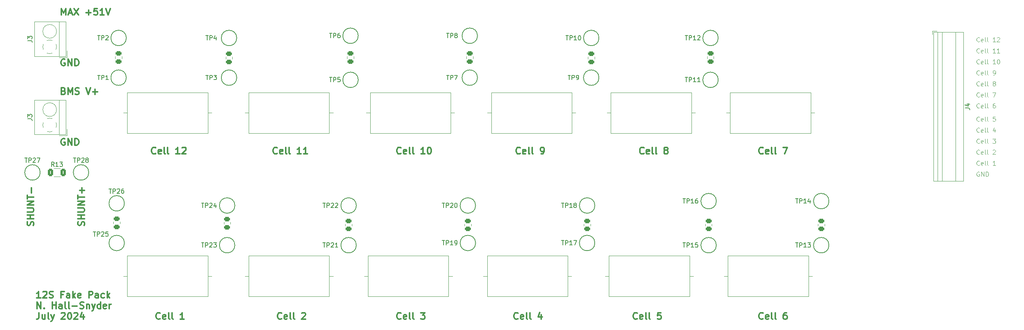
<source format=gbr>
%TF.GenerationSoftware,KiCad,Pcbnew,8.0.4*%
%TF.CreationDate,2024-09-08T23:33:26-07:00*%
%TF.ProjectId,FakePack,46616b65-5061-4636-9b2e-6b696361645f,rev?*%
%TF.SameCoordinates,Original*%
%TF.FileFunction,Legend,Top*%
%TF.FilePolarity,Positive*%
%FSLAX46Y46*%
G04 Gerber Fmt 4.6, Leading zero omitted, Abs format (unit mm)*
G04 Created by KiCad (PCBNEW 8.0.4) date 2024-09-08 23:33:26*
%MOMM*%
%LPD*%
G01*
G04 APERTURE LIST*
G04 Aperture macros list*
%AMRoundRect*
0 Rectangle with rounded corners*
0 $1 Rounding radius*
0 $2 $3 $4 $5 $6 $7 $8 $9 X,Y pos of 4 corners*
0 Add a 4 corners polygon primitive as box body*
4,1,4,$2,$3,$4,$5,$6,$7,$8,$9,$2,$3,0*
0 Add four circle primitives for the rounded corners*
1,1,$1+$1,$2,$3*
1,1,$1+$1,$4,$5*
1,1,$1+$1,$6,$7*
1,1,$1+$1,$8,$9*
0 Add four rect primitives between the rounded corners*
20,1,$1+$1,$2,$3,$4,$5,0*
20,1,$1+$1,$4,$5,$6,$7,0*
20,1,$1+$1,$6,$7,$8,$9,0*
20,1,$1+$1,$8,$9,$2,$3,0*%
G04 Aperture macros list end*
%ADD10C,0.300000*%
%ADD11C,0.100000*%
%ADD12C,0.150000*%
%ADD13C,0.120000*%
%ADD14R,2.400000X2.400000*%
%ADD15C,2.400000*%
%ADD16C,2.800000*%
%ADD17RoundRect,0.250000X0.450000X-0.262500X0.450000X0.262500X-0.450000X0.262500X-0.450000X-0.262500X0*%
%ADD18RoundRect,0.250000X-0.312500X-0.625000X0.312500X-0.625000X0.312500X0.625000X-0.312500X0.625000X0*%
%ADD19O,2.400000X2.400000*%
%ADD20R,2.000000X2.000000*%
%ADD21C,2.000000*%
G04 APERTURE END LIST*
D10*
X26554510Y-21300828D02*
X26554510Y-19800828D01*
X26554510Y-19800828D02*
X27054510Y-20872257D01*
X27054510Y-20872257D02*
X27554510Y-19800828D01*
X27554510Y-19800828D02*
X27554510Y-21300828D01*
X28197368Y-20872257D02*
X28911654Y-20872257D01*
X28054511Y-21300828D02*
X28554511Y-19800828D01*
X28554511Y-19800828D02*
X29054511Y-21300828D01*
X29411653Y-19800828D02*
X30411653Y-21300828D01*
X30411653Y-19800828D02*
X29411653Y-21300828D01*
X32125938Y-20729400D02*
X33268796Y-20729400D01*
X32697367Y-21300828D02*
X32697367Y-20157971D01*
X34697367Y-19800828D02*
X33983081Y-19800828D01*
X33983081Y-19800828D02*
X33911653Y-20515114D01*
X33911653Y-20515114D02*
X33983081Y-20443685D01*
X33983081Y-20443685D02*
X34125939Y-20372257D01*
X34125939Y-20372257D02*
X34483081Y-20372257D01*
X34483081Y-20372257D02*
X34625939Y-20443685D01*
X34625939Y-20443685D02*
X34697367Y-20515114D01*
X34697367Y-20515114D02*
X34768796Y-20657971D01*
X34768796Y-20657971D02*
X34768796Y-21015114D01*
X34768796Y-21015114D02*
X34697367Y-21157971D01*
X34697367Y-21157971D02*
X34625939Y-21229400D01*
X34625939Y-21229400D02*
X34483081Y-21300828D01*
X34483081Y-21300828D02*
X34125939Y-21300828D01*
X34125939Y-21300828D02*
X33983081Y-21229400D01*
X33983081Y-21229400D02*
X33911653Y-21157971D01*
X36197367Y-21300828D02*
X35340224Y-21300828D01*
X35768795Y-21300828D02*
X35768795Y-19800828D01*
X35768795Y-19800828D02*
X35625938Y-20015114D01*
X35625938Y-20015114D02*
X35483081Y-20157971D01*
X35483081Y-20157971D02*
X35340224Y-20229400D01*
X36625938Y-19800828D02*
X37125938Y-21300828D01*
X37125938Y-21300828D02*
X37625938Y-19800828D01*
X27340225Y-31372257D02*
X27197368Y-31300828D01*
X27197368Y-31300828D02*
X26983082Y-31300828D01*
X26983082Y-31300828D02*
X26768796Y-31372257D01*
X26768796Y-31372257D02*
X26625939Y-31515114D01*
X26625939Y-31515114D02*
X26554510Y-31657971D01*
X26554510Y-31657971D02*
X26483082Y-31943685D01*
X26483082Y-31943685D02*
X26483082Y-32157971D01*
X26483082Y-32157971D02*
X26554510Y-32443685D01*
X26554510Y-32443685D02*
X26625939Y-32586542D01*
X26625939Y-32586542D02*
X26768796Y-32729400D01*
X26768796Y-32729400D02*
X26983082Y-32800828D01*
X26983082Y-32800828D02*
X27125939Y-32800828D01*
X27125939Y-32800828D02*
X27340225Y-32729400D01*
X27340225Y-32729400D02*
X27411653Y-32657971D01*
X27411653Y-32657971D02*
X27411653Y-32157971D01*
X27411653Y-32157971D02*
X27125939Y-32157971D01*
X28054510Y-32800828D02*
X28054510Y-31300828D01*
X28054510Y-31300828D02*
X28911653Y-32800828D01*
X28911653Y-32800828D02*
X28911653Y-31300828D01*
X29625939Y-32800828D02*
X29625939Y-31300828D01*
X29625939Y-31300828D02*
X29983082Y-31300828D01*
X29983082Y-31300828D02*
X30197368Y-31372257D01*
X30197368Y-31372257D02*
X30340225Y-31515114D01*
X30340225Y-31515114D02*
X30411654Y-31657971D01*
X30411654Y-31657971D02*
X30483082Y-31943685D01*
X30483082Y-31943685D02*
X30483082Y-32157971D01*
X30483082Y-32157971D02*
X30411654Y-32443685D01*
X30411654Y-32443685D02*
X30340225Y-32586542D01*
X30340225Y-32586542D02*
X30197368Y-32729400D01*
X30197368Y-32729400D02*
X29983082Y-32800828D01*
X29983082Y-32800828D02*
X29625939Y-32800828D01*
D11*
X234375312Y-37277180D02*
X234327693Y-37324800D01*
X234327693Y-37324800D02*
X234184836Y-37372419D01*
X234184836Y-37372419D02*
X234089598Y-37372419D01*
X234089598Y-37372419D02*
X233946741Y-37324800D01*
X233946741Y-37324800D02*
X233851503Y-37229561D01*
X233851503Y-37229561D02*
X233803884Y-37134323D01*
X233803884Y-37134323D02*
X233756265Y-36943847D01*
X233756265Y-36943847D02*
X233756265Y-36800990D01*
X233756265Y-36800990D02*
X233803884Y-36610514D01*
X233803884Y-36610514D02*
X233851503Y-36515276D01*
X233851503Y-36515276D02*
X233946741Y-36420038D01*
X233946741Y-36420038D02*
X234089598Y-36372419D01*
X234089598Y-36372419D02*
X234184836Y-36372419D01*
X234184836Y-36372419D02*
X234327693Y-36420038D01*
X234327693Y-36420038D02*
X234375312Y-36467657D01*
X235184836Y-37324800D02*
X235089598Y-37372419D01*
X235089598Y-37372419D02*
X234899122Y-37372419D01*
X234899122Y-37372419D02*
X234803884Y-37324800D01*
X234803884Y-37324800D02*
X234756265Y-37229561D01*
X234756265Y-37229561D02*
X234756265Y-36848609D01*
X234756265Y-36848609D02*
X234803884Y-36753371D01*
X234803884Y-36753371D02*
X234899122Y-36705752D01*
X234899122Y-36705752D02*
X235089598Y-36705752D01*
X235089598Y-36705752D02*
X235184836Y-36753371D01*
X235184836Y-36753371D02*
X235232455Y-36848609D01*
X235232455Y-36848609D02*
X235232455Y-36943847D01*
X235232455Y-36943847D02*
X234756265Y-37039085D01*
X235803884Y-37372419D02*
X235708646Y-37324800D01*
X235708646Y-37324800D02*
X235661027Y-37229561D01*
X235661027Y-37229561D02*
X235661027Y-36372419D01*
X236327694Y-37372419D02*
X236232456Y-37324800D01*
X236232456Y-37324800D02*
X236184837Y-37229561D01*
X236184837Y-37229561D02*
X236184837Y-36372419D01*
X237613409Y-36800990D02*
X237518171Y-36753371D01*
X237518171Y-36753371D02*
X237470552Y-36705752D01*
X237470552Y-36705752D02*
X237422933Y-36610514D01*
X237422933Y-36610514D02*
X237422933Y-36562895D01*
X237422933Y-36562895D02*
X237470552Y-36467657D01*
X237470552Y-36467657D02*
X237518171Y-36420038D01*
X237518171Y-36420038D02*
X237613409Y-36372419D01*
X237613409Y-36372419D02*
X237803885Y-36372419D01*
X237803885Y-36372419D02*
X237899123Y-36420038D01*
X237899123Y-36420038D02*
X237946742Y-36467657D01*
X237946742Y-36467657D02*
X237994361Y-36562895D01*
X237994361Y-36562895D02*
X237994361Y-36610514D01*
X237994361Y-36610514D02*
X237946742Y-36705752D01*
X237946742Y-36705752D02*
X237899123Y-36753371D01*
X237899123Y-36753371D02*
X237803885Y-36800990D01*
X237803885Y-36800990D02*
X237613409Y-36800990D01*
X237613409Y-36800990D02*
X237518171Y-36848609D01*
X237518171Y-36848609D02*
X237470552Y-36896228D01*
X237470552Y-36896228D02*
X237422933Y-36991466D01*
X237422933Y-36991466D02*
X237422933Y-37181942D01*
X237422933Y-37181942D02*
X237470552Y-37277180D01*
X237470552Y-37277180D02*
X237518171Y-37324800D01*
X237518171Y-37324800D02*
X237613409Y-37372419D01*
X237613409Y-37372419D02*
X237803885Y-37372419D01*
X237803885Y-37372419D02*
X237899123Y-37324800D01*
X237899123Y-37324800D02*
X237946742Y-37277180D01*
X237946742Y-37277180D02*
X237994361Y-37181942D01*
X237994361Y-37181942D02*
X237994361Y-36991466D01*
X237994361Y-36991466D02*
X237946742Y-36896228D01*
X237946742Y-36896228D02*
X237899123Y-36848609D01*
X237899123Y-36848609D02*
X237803885Y-36800990D01*
X234375312Y-32277180D02*
X234327693Y-32324800D01*
X234327693Y-32324800D02*
X234184836Y-32372419D01*
X234184836Y-32372419D02*
X234089598Y-32372419D01*
X234089598Y-32372419D02*
X233946741Y-32324800D01*
X233946741Y-32324800D02*
X233851503Y-32229561D01*
X233851503Y-32229561D02*
X233803884Y-32134323D01*
X233803884Y-32134323D02*
X233756265Y-31943847D01*
X233756265Y-31943847D02*
X233756265Y-31800990D01*
X233756265Y-31800990D02*
X233803884Y-31610514D01*
X233803884Y-31610514D02*
X233851503Y-31515276D01*
X233851503Y-31515276D02*
X233946741Y-31420038D01*
X233946741Y-31420038D02*
X234089598Y-31372419D01*
X234089598Y-31372419D02*
X234184836Y-31372419D01*
X234184836Y-31372419D02*
X234327693Y-31420038D01*
X234327693Y-31420038D02*
X234375312Y-31467657D01*
X235184836Y-32324800D02*
X235089598Y-32372419D01*
X235089598Y-32372419D02*
X234899122Y-32372419D01*
X234899122Y-32372419D02*
X234803884Y-32324800D01*
X234803884Y-32324800D02*
X234756265Y-32229561D01*
X234756265Y-32229561D02*
X234756265Y-31848609D01*
X234756265Y-31848609D02*
X234803884Y-31753371D01*
X234803884Y-31753371D02*
X234899122Y-31705752D01*
X234899122Y-31705752D02*
X235089598Y-31705752D01*
X235089598Y-31705752D02*
X235184836Y-31753371D01*
X235184836Y-31753371D02*
X235232455Y-31848609D01*
X235232455Y-31848609D02*
X235232455Y-31943847D01*
X235232455Y-31943847D02*
X234756265Y-32039085D01*
X235803884Y-32372419D02*
X235708646Y-32324800D01*
X235708646Y-32324800D02*
X235661027Y-32229561D01*
X235661027Y-32229561D02*
X235661027Y-31372419D01*
X236327694Y-32372419D02*
X236232456Y-32324800D01*
X236232456Y-32324800D02*
X236184837Y-32229561D01*
X236184837Y-32229561D02*
X236184837Y-31372419D01*
X237994361Y-32372419D02*
X237422933Y-32372419D01*
X237708647Y-32372419D02*
X237708647Y-31372419D01*
X237708647Y-31372419D02*
X237613409Y-31515276D01*
X237613409Y-31515276D02*
X237518171Y-31610514D01*
X237518171Y-31610514D02*
X237422933Y-31658133D01*
X238613409Y-31372419D02*
X238708647Y-31372419D01*
X238708647Y-31372419D02*
X238803885Y-31420038D01*
X238803885Y-31420038D02*
X238851504Y-31467657D01*
X238851504Y-31467657D02*
X238899123Y-31562895D01*
X238899123Y-31562895D02*
X238946742Y-31753371D01*
X238946742Y-31753371D02*
X238946742Y-31991466D01*
X238946742Y-31991466D02*
X238899123Y-32181942D01*
X238899123Y-32181942D02*
X238851504Y-32277180D01*
X238851504Y-32277180D02*
X238803885Y-32324800D01*
X238803885Y-32324800D02*
X238708647Y-32372419D01*
X238708647Y-32372419D02*
X238613409Y-32372419D01*
X238613409Y-32372419D02*
X238518171Y-32324800D01*
X238518171Y-32324800D02*
X238470552Y-32277180D01*
X238470552Y-32277180D02*
X238422933Y-32181942D01*
X238422933Y-32181942D02*
X238375314Y-31991466D01*
X238375314Y-31991466D02*
X238375314Y-31753371D01*
X238375314Y-31753371D02*
X238422933Y-31562895D01*
X238422933Y-31562895D02*
X238470552Y-31467657D01*
X238470552Y-31467657D02*
X238518171Y-31420038D01*
X238518171Y-31420038D02*
X238613409Y-31372419D01*
D10*
X75411653Y-52657971D02*
X75340225Y-52729400D01*
X75340225Y-52729400D02*
X75125939Y-52800828D01*
X75125939Y-52800828D02*
X74983082Y-52800828D01*
X74983082Y-52800828D02*
X74768796Y-52729400D01*
X74768796Y-52729400D02*
X74625939Y-52586542D01*
X74625939Y-52586542D02*
X74554510Y-52443685D01*
X74554510Y-52443685D02*
X74483082Y-52157971D01*
X74483082Y-52157971D02*
X74483082Y-51943685D01*
X74483082Y-51943685D02*
X74554510Y-51657971D01*
X74554510Y-51657971D02*
X74625939Y-51515114D01*
X74625939Y-51515114D02*
X74768796Y-51372257D01*
X74768796Y-51372257D02*
X74983082Y-51300828D01*
X74983082Y-51300828D02*
X75125939Y-51300828D01*
X75125939Y-51300828D02*
X75340225Y-51372257D01*
X75340225Y-51372257D02*
X75411653Y-51443685D01*
X76625939Y-52729400D02*
X76483082Y-52800828D01*
X76483082Y-52800828D02*
X76197368Y-52800828D01*
X76197368Y-52800828D02*
X76054510Y-52729400D01*
X76054510Y-52729400D02*
X75983082Y-52586542D01*
X75983082Y-52586542D02*
X75983082Y-52015114D01*
X75983082Y-52015114D02*
X76054510Y-51872257D01*
X76054510Y-51872257D02*
X76197368Y-51800828D01*
X76197368Y-51800828D02*
X76483082Y-51800828D01*
X76483082Y-51800828D02*
X76625939Y-51872257D01*
X76625939Y-51872257D02*
X76697368Y-52015114D01*
X76697368Y-52015114D02*
X76697368Y-52157971D01*
X76697368Y-52157971D02*
X75983082Y-52300828D01*
X77554510Y-52800828D02*
X77411653Y-52729400D01*
X77411653Y-52729400D02*
X77340224Y-52586542D01*
X77340224Y-52586542D02*
X77340224Y-51300828D01*
X78340224Y-52800828D02*
X78197367Y-52729400D01*
X78197367Y-52729400D02*
X78125938Y-52586542D01*
X78125938Y-52586542D02*
X78125938Y-51300828D01*
X80840224Y-52800828D02*
X79983081Y-52800828D01*
X80411652Y-52800828D02*
X80411652Y-51300828D01*
X80411652Y-51300828D02*
X80268795Y-51515114D01*
X80268795Y-51515114D02*
X80125938Y-51657971D01*
X80125938Y-51657971D02*
X79983081Y-51729400D01*
X82268795Y-52800828D02*
X81411652Y-52800828D01*
X81840223Y-52800828D02*
X81840223Y-51300828D01*
X81840223Y-51300828D02*
X81697366Y-51515114D01*
X81697366Y-51515114D02*
X81554509Y-51657971D01*
X81554509Y-51657971D02*
X81411652Y-51729400D01*
X20229400Y-69016917D02*
X20300828Y-68802632D01*
X20300828Y-68802632D02*
X20300828Y-68445489D01*
X20300828Y-68445489D02*
X20229400Y-68302632D01*
X20229400Y-68302632D02*
X20157971Y-68231203D01*
X20157971Y-68231203D02*
X20015114Y-68159774D01*
X20015114Y-68159774D02*
X19872257Y-68159774D01*
X19872257Y-68159774D02*
X19729400Y-68231203D01*
X19729400Y-68231203D02*
X19657971Y-68302632D01*
X19657971Y-68302632D02*
X19586542Y-68445489D01*
X19586542Y-68445489D02*
X19515114Y-68731203D01*
X19515114Y-68731203D02*
X19443685Y-68874060D01*
X19443685Y-68874060D02*
X19372257Y-68945489D01*
X19372257Y-68945489D02*
X19229400Y-69016917D01*
X19229400Y-69016917D02*
X19086542Y-69016917D01*
X19086542Y-69016917D02*
X18943685Y-68945489D01*
X18943685Y-68945489D02*
X18872257Y-68874060D01*
X18872257Y-68874060D02*
X18800828Y-68731203D01*
X18800828Y-68731203D02*
X18800828Y-68374060D01*
X18800828Y-68374060D02*
X18872257Y-68159774D01*
X20300828Y-67516918D02*
X18800828Y-67516918D01*
X19515114Y-67516918D02*
X19515114Y-66659775D01*
X20300828Y-66659775D02*
X18800828Y-66659775D01*
X18800828Y-65945489D02*
X20015114Y-65945489D01*
X20015114Y-65945489D02*
X20157971Y-65874060D01*
X20157971Y-65874060D02*
X20229400Y-65802632D01*
X20229400Y-65802632D02*
X20300828Y-65659774D01*
X20300828Y-65659774D02*
X20300828Y-65374060D01*
X20300828Y-65374060D02*
X20229400Y-65231203D01*
X20229400Y-65231203D02*
X20157971Y-65159774D01*
X20157971Y-65159774D02*
X20015114Y-65088346D01*
X20015114Y-65088346D02*
X18800828Y-65088346D01*
X20300828Y-64374060D02*
X18800828Y-64374060D01*
X18800828Y-64374060D02*
X20300828Y-63516917D01*
X20300828Y-63516917D02*
X18800828Y-63516917D01*
X18800828Y-63016916D02*
X18800828Y-62159774D01*
X20300828Y-62588345D02*
X18800828Y-62588345D01*
X19729400Y-61659774D02*
X19729400Y-60516917D01*
X156911653Y-90157971D02*
X156840225Y-90229400D01*
X156840225Y-90229400D02*
X156625939Y-90300828D01*
X156625939Y-90300828D02*
X156483082Y-90300828D01*
X156483082Y-90300828D02*
X156268796Y-90229400D01*
X156268796Y-90229400D02*
X156125939Y-90086542D01*
X156125939Y-90086542D02*
X156054510Y-89943685D01*
X156054510Y-89943685D02*
X155983082Y-89657971D01*
X155983082Y-89657971D02*
X155983082Y-89443685D01*
X155983082Y-89443685D02*
X156054510Y-89157971D01*
X156054510Y-89157971D02*
X156125939Y-89015114D01*
X156125939Y-89015114D02*
X156268796Y-88872257D01*
X156268796Y-88872257D02*
X156483082Y-88800828D01*
X156483082Y-88800828D02*
X156625939Y-88800828D01*
X156625939Y-88800828D02*
X156840225Y-88872257D01*
X156840225Y-88872257D02*
X156911653Y-88943685D01*
X158125939Y-90229400D02*
X157983082Y-90300828D01*
X157983082Y-90300828D02*
X157697368Y-90300828D01*
X157697368Y-90300828D02*
X157554510Y-90229400D01*
X157554510Y-90229400D02*
X157483082Y-90086542D01*
X157483082Y-90086542D02*
X157483082Y-89515114D01*
X157483082Y-89515114D02*
X157554510Y-89372257D01*
X157554510Y-89372257D02*
X157697368Y-89300828D01*
X157697368Y-89300828D02*
X157983082Y-89300828D01*
X157983082Y-89300828D02*
X158125939Y-89372257D01*
X158125939Y-89372257D02*
X158197368Y-89515114D01*
X158197368Y-89515114D02*
X158197368Y-89657971D01*
X158197368Y-89657971D02*
X157483082Y-89800828D01*
X159054510Y-90300828D02*
X158911653Y-90229400D01*
X158911653Y-90229400D02*
X158840224Y-90086542D01*
X158840224Y-90086542D02*
X158840224Y-88800828D01*
X159840224Y-90300828D02*
X159697367Y-90229400D01*
X159697367Y-90229400D02*
X159625938Y-90086542D01*
X159625938Y-90086542D02*
X159625938Y-88800828D01*
X162268795Y-88800828D02*
X161554509Y-88800828D01*
X161554509Y-88800828D02*
X161483081Y-89515114D01*
X161483081Y-89515114D02*
X161554509Y-89443685D01*
X161554509Y-89443685D02*
X161697367Y-89372257D01*
X161697367Y-89372257D02*
X162054509Y-89372257D01*
X162054509Y-89372257D02*
X162197367Y-89443685D01*
X162197367Y-89443685D02*
X162268795Y-89515114D01*
X162268795Y-89515114D02*
X162340224Y-89657971D01*
X162340224Y-89657971D02*
X162340224Y-90015114D01*
X162340224Y-90015114D02*
X162268795Y-90157971D01*
X162268795Y-90157971D02*
X162197367Y-90229400D01*
X162197367Y-90229400D02*
X162054509Y-90300828D01*
X162054509Y-90300828D02*
X161697367Y-90300828D01*
X161697367Y-90300828D02*
X161554509Y-90229400D01*
X161554509Y-90229400D02*
X161483081Y-90157971D01*
X185411653Y-52657971D02*
X185340225Y-52729400D01*
X185340225Y-52729400D02*
X185125939Y-52800828D01*
X185125939Y-52800828D02*
X184983082Y-52800828D01*
X184983082Y-52800828D02*
X184768796Y-52729400D01*
X184768796Y-52729400D02*
X184625939Y-52586542D01*
X184625939Y-52586542D02*
X184554510Y-52443685D01*
X184554510Y-52443685D02*
X184483082Y-52157971D01*
X184483082Y-52157971D02*
X184483082Y-51943685D01*
X184483082Y-51943685D02*
X184554510Y-51657971D01*
X184554510Y-51657971D02*
X184625939Y-51515114D01*
X184625939Y-51515114D02*
X184768796Y-51372257D01*
X184768796Y-51372257D02*
X184983082Y-51300828D01*
X184983082Y-51300828D02*
X185125939Y-51300828D01*
X185125939Y-51300828D02*
X185340225Y-51372257D01*
X185340225Y-51372257D02*
X185411653Y-51443685D01*
X186625939Y-52729400D02*
X186483082Y-52800828D01*
X186483082Y-52800828D02*
X186197368Y-52800828D01*
X186197368Y-52800828D02*
X186054510Y-52729400D01*
X186054510Y-52729400D02*
X185983082Y-52586542D01*
X185983082Y-52586542D02*
X185983082Y-52015114D01*
X185983082Y-52015114D02*
X186054510Y-51872257D01*
X186054510Y-51872257D02*
X186197368Y-51800828D01*
X186197368Y-51800828D02*
X186483082Y-51800828D01*
X186483082Y-51800828D02*
X186625939Y-51872257D01*
X186625939Y-51872257D02*
X186697368Y-52015114D01*
X186697368Y-52015114D02*
X186697368Y-52157971D01*
X186697368Y-52157971D02*
X185983082Y-52300828D01*
X187554510Y-52800828D02*
X187411653Y-52729400D01*
X187411653Y-52729400D02*
X187340224Y-52586542D01*
X187340224Y-52586542D02*
X187340224Y-51300828D01*
X188340224Y-52800828D02*
X188197367Y-52729400D01*
X188197367Y-52729400D02*
X188125938Y-52586542D01*
X188125938Y-52586542D02*
X188125938Y-51300828D01*
X189911652Y-51300828D02*
X190911652Y-51300828D01*
X190911652Y-51300828D02*
X190268795Y-52800828D01*
D11*
X234375312Y-55277180D02*
X234327693Y-55324800D01*
X234327693Y-55324800D02*
X234184836Y-55372419D01*
X234184836Y-55372419D02*
X234089598Y-55372419D01*
X234089598Y-55372419D02*
X233946741Y-55324800D01*
X233946741Y-55324800D02*
X233851503Y-55229561D01*
X233851503Y-55229561D02*
X233803884Y-55134323D01*
X233803884Y-55134323D02*
X233756265Y-54943847D01*
X233756265Y-54943847D02*
X233756265Y-54800990D01*
X233756265Y-54800990D02*
X233803884Y-54610514D01*
X233803884Y-54610514D02*
X233851503Y-54515276D01*
X233851503Y-54515276D02*
X233946741Y-54420038D01*
X233946741Y-54420038D02*
X234089598Y-54372419D01*
X234089598Y-54372419D02*
X234184836Y-54372419D01*
X234184836Y-54372419D02*
X234327693Y-54420038D01*
X234327693Y-54420038D02*
X234375312Y-54467657D01*
X235184836Y-55324800D02*
X235089598Y-55372419D01*
X235089598Y-55372419D02*
X234899122Y-55372419D01*
X234899122Y-55372419D02*
X234803884Y-55324800D01*
X234803884Y-55324800D02*
X234756265Y-55229561D01*
X234756265Y-55229561D02*
X234756265Y-54848609D01*
X234756265Y-54848609D02*
X234803884Y-54753371D01*
X234803884Y-54753371D02*
X234899122Y-54705752D01*
X234899122Y-54705752D02*
X235089598Y-54705752D01*
X235089598Y-54705752D02*
X235184836Y-54753371D01*
X235184836Y-54753371D02*
X235232455Y-54848609D01*
X235232455Y-54848609D02*
X235232455Y-54943847D01*
X235232455Y-54943847D02*
X234756265Y-55039085D01*
X235803884Y-55372419D02*
X235708646Y-55324800D01*
X235708646Y-55324800D02*
X235661027Y-55229561D01*
X235661027Y-55229561D02*
X235661027Y-54372419D01*
X236327694Y-55372419D02*
X236232456Y-55324800D01*
X236232456Y-55324800D02*
X236184837Y-55229561D01*
X236184837Y-55229561D02*
X236184837Y-54372419D01*
X237994361Y-55372419D02*
X237422933Y-55372419D01*
X237708647Y-55372419D02*
X237708647Y-54372419D01*
X237708647Y-54372419D02*
X237613409Y-54515276D01*
X237613409Y-54515276D02*
X237518171Y-54610514D01*
X237518171Y-54610514D02*
X237422933Y-54658133D01*
D10*
X47911653Y-52657971D02*
X47840225Y-52729400D01*
X47840225Y-52729400D02*
X47625939Y-52800828D01*
X47625939Y-52800828D02*
X47483082Y-52800828D01*
X47483082Y-52800828D02*
X47268796Y-52729400D01*
X47268796Y-52729400D02*
X47125939Y-52586542D01*
X47125939Y-52586542D02*
X47054510Y-52443685D01*
X47054510Y-52443685D02*
X46983082Y-52157971D01*
X46983082Y-52157971D02*
X46983082Y-51943685D01*
X46983082Y-51943685D02*
X47054510Y-51657971D01*
X47054510Y-51657971D02*
X47125939Y-51515114D01*
X47125939Y-51515114D02*
X47268796Y-51372257D01*
X47268796Y-51372257D02*
X47483082Y-51300828D01*
X47483082Y-51300828D02*
X47625939Y-51300828D01*
X47625939Y-51300828D02*
X47840225Y-51372257D01*
X47840225Y-51372257D02*
X47911653Y-51443685D01*
X49125939Y-52729400D02*
X48983082Y-52800828D01*
X48983082Y-52800828D02*
X48697368Y-52800828D01*
X48697368Y-52800828D02*
X48554510Y-52729400D01*
X48554510Y-52729400D02*
X48483082Y-52586542D01*
X48483082Y-52586542D02*
X48483082Y-52015114D01*
X48483082Y-52015114D02*
X48554510Y-51872257D01*
X48554510Y-51872257D02*
X48697368Y-51800828D01*
X48697368Y-51800828D02*
X48983082Y-51800828D01*
X48983082Y-51800828D02*
X49125939Y-51872257D01*
X49125939Y-51872257D02*
X49197368Y-52015114D01*
X49197368Y-52015114D02*
X49197368Y-52157971D01*
X49197368Y-52157971D02*
X48483082Y-52300828D01*
X50054510Y-52800828D02*
X49911653Y-52729400D01*
X49911653Y-52729400D02*
X49840224Y-52586542D01*
X49840224Y-52586542D02*
X49840224Y-51300828D01*
X50840224Y-52800828D02*
X50697367Y-52729400D01*
X50697367Y-52729400D02*
X50625938Y-52586542D01*
X50625938Y-52586542D02*
X50625938Y-51300828D01*
X53340224Y-52800828D02*
X52483081Y-52800828D01*
X52911652Y-52800828D02*
X52911652Y-51300828D01*
X52911652Y-51300828D02*
X52768795Y-51515114D01*
X52768795Y-51515114D02*
X52625938Y-51657971D01*
X52625938Y-51657971D02*
X52483081Y-51729400D01*
X53911652Y-51443685D02*
X53983080Y-51372257D01*
X53983080Y-51372257D02*
X54125938Y-51300828D01*
X54125938Y-51300828D02*
X54483080Y-51300828D01*
X54483080Y-51300828D02*
X54625938Y-51372257D01*
X54625938Y-51372257D02*
X54697366Y-51443685D01*
X54697366Y-51443685D02*
X54768795Y-51586542D01*
X54768795Y-51586542D02*
X54768795Y-51729400D01*
X54768795Y-51729400D02*
X54697366Y-51943685D01*
X54697366Y-51943685D02*
X53840223Y-52800828D01*
X53840223Y-52800828D02*
X54768795Y-52800828D01*
D11*
X234375312Y-42277180D02*
X234327693Y-42324800D01*
X234327693Y-42324800D02*
X234184836Y-42372419D01*
X234184836Y-42372419D02*
X234089598Y-42372419D01*
X234089598Y-42372419D02*
X233946741Y-42324800D01*
X233946741Y-42324800D02*
X233851503Y-42229561D01*
X233851503Y-42229561D02*
X233803884Y-42134323D01*
X233803884Y-42134323D02*
X233756265Y-41943847D01*
X233756265Y-41943847D02*
X233756265Y-41800990D01*
X233756265Y-41800990D02*
X233803884Y-41610514D01*
X233803884Y-41610514D02*
X233851503Y-41515276D01*
X233851503Y-41515276D02*
X233946741Y-41420038D01*
X233946741Y-41420038D02*
X234089598Y-41372419D01*
X234089598Y-41372419D02*
X234184836Y-41372419D01*
X234184836Y-41372419D02*
X234327693Y-41420038D01*
X234327693Y-41420038D02*
X234375312Y-41467657D01*
X235184836Y-42324800D02*
X235089598Y-42372419D01*
X235089598Y-42372419D02*
X234899122Y-42372419D01*
X234899122Y-42372419D02*
X234803884Y-42324800D01*
X234803884Y-42324800D02*
X234756265Y-42229561D01*
X234756265Y-42229561D02*
X234756265Y-41848609D01*
X234756265Y-41848609D02*
X234803884Y-41753371D01*
X234803884Y-41753371D02*
X234899122Y-41705752D01*
X234899122Y-41705752D02*
X235089598Y-41705752D01*
X235089598Y-41705752D02*
X235184836Y-41753371D01*
X235184836Y-41753371D02*
X235232455Y-41848609D01*
X235232455Y-41848609D02*
X235232455Y-41943847D01*
X235232455Y-41943847D02*
X234756265Y-42039085D01*
X235803884Y-42372419D02*
X235708646Y-42324800D01*
X235708646Y-42324800D02*
X235661027Y-42229561D01*
X235661027Y-42229561D02*
X235661027Y-41372419D01*
X236327694Y-42372419D02*
X236232456Y-42324800D01*
X236232456Y-42324800D02*
X236184837Y-42229561D01*
X236184837Y-42229561D02*
X236184837Y-41372419D01*
X237899123Y-41372419D02*
X237708647Y-41372419D01*
X237708647Y-41372419D02*
X237613409Y-41420038D01*
X237613409Y-41420038D02*
X237565790Y-41467657D01*
X237565790Y-41467657D02*
X237470552Y-41610514D01*
X237470552Y-41610514D02*
X237422933Y-41800990D01*
X237422933Y-41800990D02*
X237422933Y-42181942D01*
X237422933Y-42181942D02*
X237470552Y-42277180D01*
X237470552Y-42277180D02*
X237518171Y-42324800D01*
X237518171Y-42324800D02*
X237613409Y-42372419D01*
X237613409Y-42372419D02*
X237803885Y-42372419D01*
X237803885Y-42372419D02*
X237899123Y-42324800D01*
X237899123Y-42324800D02*
X237946742Y-42277180D01*
X237946742Y-42277180D02*
X237994361Y-42181942D01*
X237994361Y-42181942D02*
X237994361Y-41943847D01*
X237994361Y-41943847D02*
X237946742Y-41848609D01*
X237946742Y-41848609D02*
X237899123Y-41800990D01*
X237899123Y-41800990D02*
X237803885Y-41753371D01*
X237803885Y-41753371D02*
X237613409Y-41753371D01*
X237613409Y-41753371D02*
X237518171Y-41800990D01*
X237518171Y-41800990D02*
X237470552Y-41848609D01*
X237470552Y-41848609D02*
X237422933Y-41943847D01*
X234375312Y-29777180D02*
X234327693Y-29824800D01*
X234327693Y-29824800D02*
X234184836Y-29872419D01*
X234184836Y-29872419D02*
X234089598Y-29872419D01*
X234089598Y-29872419D02*
X233946741Y-29824800D01*
X233946741Y-29824800D02*
X233851503Y-29729561D01*
X233851503Y-29729561D02*
X233803884Y-29634323D01*
X233803884Y-29634323D02*
X233756265Y-29443847D01*
X233756265Y-29443847D02*
X233756265Y-29300990D01*
X233756265Y-29300990D02*
X233803884Y-29110514D01*
X233803884Y-29110514D02*
X233851503Y-29015276D01*
X233851503Y-29015276D02*
X233946741Y-28920038D01*
X233946741Y-28920038D02*
X234089598Y-28872419D01*
X234089598Y-28872419D02*
X234184836Y-28872419D01*
X234184836Y-28872419D02*
X234327693Y-28920038D01*
X234327693Y-28920038D02*
X234375312Y-28967657D01*
X235184836Y-29824800D02*
X235089598Y-29872419D01*
X235089598Y-29872419D02*
X234899122Y-29872419D01*
X234899122Y-29872419D02*
X234803884Y-29824800D01*
X234803884Y-29824800D02*
X234756265Y-29729561D01*
X234756265Y-29729561D02*
X234756265Y-29348609D01*
X234756265Y-29348609D02*
X234803884Y-29253371D01*
X234803884Y-29253371D02*
X234899122Y-29205752D01*
X234899122Y-29205752D02*
X235089598Y-29205752D01*
X235089598Y-29205752D02*
X235184836Y-29253371D01*
X235184836Y-29253371D02*
X235232455Y-29348609D01*
X235232455Y-29348609D02*
X235232455Y-29443847D01*
X235232455Y-29443847D02*
X234756265Y-29539085D01*
X235803884Y-29872419D02*
X235708646Y-29824800D01*
X235708646Y-29824800D02*
X235661027Y-29729561D01*
X235661027Y-29729561D02*
X235661027Y-28872419D01*
X236327694Y-29872419D02*
X236232456Y-29824800D01*
X236232456Y-29824800D02*
X236184837Y-29729561D01*
X236184837Y-29729561D02*
X236184837Y-28872419D01*
X237994361Y-29872419D02*
X237422933Y-29872419D01*
X237708647Y-29872419D02*
X237708647Y-28872419D01*
X237708647Y-28872419D02*
X237613409Y-29015276D01*
X237613409Y-29015276D02*
X237518171Y-29110514D01*
X237518171Y-29110514D02*
X237422933Y-29158133D01*
X238946742Y-29872419D02*
X238375314Y-29872419D01*
X238661028Y-29872419D02*
X238661028Y-28872419D01*
X238661028Y-28872419D02*
X238565790Y-29015276D01*
X238565790Y-29015276D02*
X238470552Y-29110514D01*
X238470552Y-29110514D02*
X238375314Y-29158133D01*
D10*
X158411653Y-52657971D02*
X158340225Y-52729400D01*
X158340225Y-52729400D02*
X158125939Y-52800828D01*
X158125939Y-52800828D02*
X157983082Y-52800828D01*
X157983082Y-52800828D02*
X157768796Y-52729400D01*
X157768796Y-52729400D02*
X157625939Y-52586542D01*
X157625939Y-52586542D02*
X157554510Y-52443685D01*
X157554510Y-52443685D02*
X157483082Y-52157971D01*
X157483082Y-52157971D02*
X157483082Y-51943685D01*
X157483082Y-51943685D02*
X157554510Y-51657971D01*
X157554510Y-51657971D02*
X157625939Y-51515114D01*
X157625939Y-51515114D02*
X157768796Y-51372257D01*
X157768796Y-51372257D02*
X157983082Y-51300828D01*
X157983082Y-51300828D02*
X158125939Y-51300828D01*
X158125939Y-51300828D02*
X158340225Y-51372257D01*
X158340225Y-51372257D02*
X158411653Y-51443685D01*
X159625939Y-52729400D02*
X159483082Y-52800828D01*
X159483082Y-52800828D02*
X159197368Y-52800828D01*
X159197368Y-52800828D02*
X159054510Y-52729400D01*
X159054510Y-52729400D02*
X158983082Y-52586542D01*
X158983082Y-52586542D02*
X158983082Y-52015114D01*
X158983082Y-52015114D02*
X159054510Y-51872257D01*
X159054510Y-51872257D02*
X159197368Y-51800828D01*
X159197368Y-51800828D02*
X159483082Y-51800828D01*
X159483082Y-51800828D02*
X159625939Y-51872257D01*
X159625939Y-51872257D02*
X159697368Y-52015114D01*
X159697368Y-52015114D02*
X159697368Y-52157971D01*
X159697368Y-52157971D02*
X158983082Y-52300828D01*
X160554510Y-52800828D02*
X160411653Y-52729400D01*
X160411653Y-52729400D02*
X160340224Y-52586542D01*
X160340224Y-52586542D02*
X160340224Y-51300828D01*
X161340224Y-52800828D02*
X161197367Y-52729400D01*
X161197367Y-52729400D02*
X161125938Y-52586542D01*
X161125938Y-52586542D02*
X161125938Y-51300828D01*
X163268795Y-51943685D02*
X163125938Y-51872257D01*
X163125938Y-51872257D02*
X163054509Y-51800828D01*
X163054509Y-51800828D02*
X162983081Y-51657971D01*
X162983081Y-51657971D02*
X162983081Y-51586542D01*
X162983081Y-51586542D02*
X163054509Y-51443685D01*
X163054509Y-51443685D02*
X163125938Y-51372257D01*
X163125938Y-51372257D02*
X163268795Y-51300828D01*
X163268795Y-51300828D02*
X163554509Y-51300828D01*
X163554509Y-51300828D02*
X163697367Y-51372257D01*
X163697367Y-51372257D02*
X163768795Y-51443685D01*
X163768795Y-51443685D02*
X163840224Y-51586542D01*
X163840224Y-51586542D02*
X163840224Y-51657971D01*
X163840224Y-51657971D02*
X163768795Y-51800828D01*
X163768795Y-51800828D02*
X163697367Y-51872257D01*
X163697367Y-51872257D02*
X163554509Y-51943685D01*
X163554509Y-51943685D02*
X163268795Y-51943685D01*
X163268795Y-51943685D02*
X163125938Y-52015114D01*
X163125938Y-52015114D02*
X163054509Y-52086542D01*
X163054509Y-52086542D02*
X162983081Y-52229400D01*
X162983081Y-52229400D02*
X162983081Y-52515114D01*
X162983081Y-52515114D02*
X163054509Y-52657971D01*
X163054509Y-52657971D02*
X163125938Y-52729400D01*
X163125938Y-52729400D02*
X163268795Y-52800828D01*
X163268795Y-52800828D02*
X163554509Y-52800828D01*
X163554509Y-52800828D02*
X163697367Y-52729400D01*
X163697367Y-52729400D02*
X163768795Y-52657971D01*
X163768795Y-52657971D02*
X163840224Y-52515114D01*
X163840224Y-52515114D02*
X163840224Y-52229400D01*
X163840224Y-52229400D02*
X163768795Y-52086542D01*
X163768795Y-52086542D02*
X163697367Y-52015114D01*
X163697367Y-52015114D02*
X163554509Y-51943685D01*
X21840225Y-85470996D02*
X20983082Y-85470996D01*
X21411653Y-85470996D02*
X21411653Y-83970996D01*
X21411653Y-83970996D02*
X21268796Y-84185282D01*
X21268796Y-84185282D02*
X21125939Y-84328139D01*
X21125939Y-84328139D02*
X20983082Y-84399568D01*
X22411653Y-84113853D02*
X22483081Y-84042425D01*
X22483081Y-84042425D02*
X22625939Y-83970996D01*
X22625939Y-83970996D02*
X22983081Y-83970996D01*
X22983081Y-83970996D02*
X23125939Y-84042425D01*
X23125939Y-84042425D02*
X23197367Y-84113853D01*
X23197367Y-84113853D02*
X23268796Y-84256710D01*
X23268796Y-84256710D02*
X23268796Y-84399568D01*
X23268796Y-84399568D02*
X23197367Y-84613853D01*
X23197367Y-84613853D02*
X22340224Y-85470996D01*
X22340224Y-85470996D02*
X23268796Y-85470996D01*
X23840224Y-85399568D02*
X24054510Y-85470996D01*
X24054510Y-85470996D02*
X24411652Y-85470996D01*
X24411652Y-85470996D02*
X24554510Y-85399568D01*
X24554510Y-85399568D02*
X24625938Y-85328139D01*
X24625938Y-85328139D02*
X24697367Y-85185282D01*
X24697367Y-85185282D02*
X24697367Y-85042425D01*
X24697367Y-85042425D02*
X24625938Y-84899568D01*
X24625938Y-84899568D02*
X24554510Y-84828139D01*
X24554510Y-84828139D02*
X24411652Y-84756710D01*
X24411652Y-84756710D02*
X24125938Y-84685282D01*
X24125938Y-84685282D02*
X23983081Y-84613853D01*
X23983081Y-84613853D02*
X23911652Y-84542425D01*
X23911652Y-84542425D02*
X23840224Y-84399568D01*
X23840224Y-84399568D02*
X23840224Y-84256710D01*
X23840224Y-84256710D02*
X23911652Y-84113853D01*
X23911652Y-84113853D02*
X23983081Y-84042425D01*
X23983081Y-84042425D02*
X24125938Y-83970996D01*
X24125938Y-83970996D02*
X24483081Y-83970996D01*
X24483081Y-83970996D02*
X24697367Y-84042425D01*
X26983080Y-84685282D02*
X26483080Y-84685282D01*
X26483080Y-85470996D02*
X26483080Y-83970996D01*
X26483080Y-83970996D02*
X27197366Y-83970996D01*
X28411652Y-85470996D02*
X28411652Y-84685282D01*
X28411652Y-84685282D02*
X28340223Y-84542425D01*
X28340223Y-84542425D02*
X28197366Y-84470996D01*
X28197366Y-84470996D02*
X27911652Y-84470996D01*
X27911652Y-84470996D02*
X27768794Y-84542425D01*
X28411652Y-85399568D02*
X28268794Y-85470996D01*
X28268794Y-85470996D02*
X27911652Y-85470996D01*
X27911652Y-85470996D02*
X27768794Y-85399568D01*
X27768794Y-85399568D02*
X27697366Y-85256710D01*
X27697366Y-85256710D02*
X27697366Y-85113853D01*
X27697366Y-85113853D02*
X27768794Y-84970996D01*
X27768794Y-84970996D02*
X27911652Y-84899568D01*
X27911652Y-84899568D02*
X28268794Y-84899568D01*
X28268794Y-84899568D02*
X28411652Y-84828139D01*
X29125937Y-85470996D02*
X29125937Y-83970996D01*
X29268795Y-84899568D02*
X29697366Y-85470996D01*
X29697366Y-84470996D02*
X29125937Y-85042425D01*
X30911652Y-85399568D02*
X30768795Y-85470996D01*
X30768795Y-85470996D02*
X30483081Y-85470996D01*
X30483081Y-85470996D02*
X30340223Y-85399568D01*
X30340223Y-85399568D02*
X30268795Y-85256710D01*
X30268795Y-85256710D02*
X30268795Y-84685282D01*
X30268795Y-84685282D02*
X30340223Y-84542425D01*
X30340223Y-84542425D02*
X30483081Y-84470996D01*
X30483081Y-84470996D02*
X30768795Y-84470996D01*
X30768795Y-84470996D02*
X30911652Y-84542425D01*
X30911652Y-84542425D02*
X30983081Y-84685282D01*
X30983081Y-84685282D02*
X30983081Y-84828139D01*
X30983081Y-84828139D02*
X30268795Y-84970996D01*
X32768794Y-85470996D02*
X32768794Y-83970996D01*
X32768794Y-83970996D02*
X33340223Y-83970996D01*
X33340223Y-83970996D02*
X33483080Y-84042425D01*
X33483080Y-84042425D02*
X33554509Y-84113853D01*
X33554509Y-84113853D02*
X33625937Y-84256710D01*
X33625937Y-84256710D02*
X33625937Y-84470996D01*
X33625937Y-84470996D02*
X33554509Y-84613853D01*
X33554509Y-84613853D02*
X33483080Y-84685282D01*
X33483080Y-84685282D02*
X33340223Y-84756710D01*
X33340223Y-84756710D02*
X32768794Y-84756710D01*
X34911652Y-85470996D02*
X34911652Y-84685282D01*
X34911652Y-84685282D02*
X34840223Y-84542425D01*
X34840223Y-84542425D02*
X34697366Y-84470996D01*
X34697366Y-84470996D02*
X34411652Y-84470996D01*
X34411652Y-84470996D02*
X34268794Y-84542425D01*
X34911652Y-85399568D02*
X34768794Y-85470996D01*
X34768794Y-85470996D02*
X34411652Y-85470996D01*
X34411652Y-85470996D02*
X34268794Y-85399568D01*
X34268794Y-85399568D02*
X34197366Y-85256710D01*
X34197366Y-85256710D02*
X34197366Y-85113853D01*
X34197366Y-85113853D02*
X34268794Y-84970996D01*
X34268794Y-84970996D02*
X34411652Y-84899568D01*
X34411652Y-84899568D02*
X34768794Y-84899568D01*
X34768794Y-84899568D02*
X34911652Y-84828139D01*
X36268795Y-85399568D02*
X36125937Y-85470996D01*
X36125937Y-85470996D02*
X35840223Y-85470996D01*
X35840223Y-85470996D02*
X35697366Y-85399568D01*
X35697366Y-85399568D02*
X35625937Y-85328139D01*
X35625937Y-85328139D02*
X35554509Y-85185282D01*
X35554509Y-85185282D02*
X35554509Y-84756710D01*
X35554509Y-84756710D02*
X35625937Y-84613853D01*
X35625937Y-84613853D02*
X35697366Y-84542425D01*
X35697366Y-84542425D02*
X35840223Y-84470996D01*
X35840223Y-84470996D02*
X36125937Y-84470996D01*
X36125937Y-84470996D02*
X36268795Y-84542425D01*
X36911651Y-85470996D02*
X36911651Y-83970996D01*
X37054509Y-84899568D02*
X37483080Y-85470996D01*
X37483080Y-84470996D02*
X36911651Y-85042425D01*
X21054510Y-87885912D02*
X21054510Y-86385912D01*
X21054510Y-86385912D02*
X21911653Y-87885912D01*
X21911653Y-87885912D02*
X21911653Y-86385912D01*
X22625939Y-87743055D02*
X22697368Y-87814484D01*
X22697368Y-87814484D02*
X22625939Y-87885912D01*
X22625939Y-87885912D02*
X22554511Y-87814484D01*
X22554511Y-87814484D02*
X22625939Y-87743055D01*
X22625939Y-87743055D02*
X22625939Y-87885912D01*
X24483082Y-87885912D02*
X24483082Y-86385912D01*
X24483082Y-87100198D02*
X25340225Y-87100198D01*
X25340225Y-87885912D02*
X25340225Y-86385912D01*
X26697369Y-87885912D02*
X26697369Y-87100198D01*
X26697369Y-87100198D02*
X26625940Y-86957341D01*
X26625940Y-86957341D02*
X26483083Y-86885912D01*
X26483083Y-86885912D02*
X26197369Y-86885912D01*
X26197369Y-86885912D02*
X26054511Y-86957341D01*
X26697369Y-87814484D02*
X26554511Y-87885912D01*
X26554511Y-87885912D02*
X26197369Y-87885912D01*
X26197369Y-87885912D02*
X26054511Y-87814484D01*
X26054511Y-87814484D02*
X25983083Y-87671626D01*
X25983083Y-87671626D02*
X25983083Y-87528769D01*
X25983083Y-87528769D02*
X26054511Y-87385912D01*
X26054511Y-87385912D02*
X26197369Y-87314484D01*
X26197369Y-87314484D02*
X26554511Y-87314484D01*
X26554511Y-87314484D02*
X26697369Y-87243055D01*
X27625940Y-87885912D02*
X27483083Y-87814484D01*
X27483083Y-87814484D02*
X27411654Y-87671626D01*
X27411654Y-87671626D02*
X27411654Y-86385912D01*
X28411654Y-87885912D02*
X28268797Y-87814484D01*
X28268797Y-87814484D02*
X28197368Y-87671626D01*
X28197368Y-87671626D02*
X28197368Y-86385912D01*
X28983082Y-87314484D02*
X30125940Y-87314484D01*
X30768797Y-87814484D02*
X30983083Y-87885912D01*
X30983083Y-87885912D02*
X31340225Y-87885912D01*
X31340225Y-87885912D02*
X31483083Y-87814484D01*
X31483083Y-87814484D02*
X31554511Y-87743055D01*
X31554511Y-87743055D02*
X31625940Y-87600198D01*
X31625940Y-87600198D02*
X31625940Y-87457341D01*
X31625940Y-87457341D02*
X31554511Y-87314484D01*
X31554511Y-87314484D02*
X31483083Y-87243055D01*
X31483083Y-87243055D02*
X31340225Y-87171626D01*
X31340225Y-87171626D02*
X31054511Y-87100198D01*
X31054511Y-87100198D02*
X30911654Y-87028769D01*
X30911654Y-87028769D02*
X30840225Y-86957341D01*
X30840225Y-86957341D02*
X30768797Y-86814484D01*
X30768797Y-86814484D02*
X30768797Y-86671626D01*
X30768797Y-86671626D02*
X30840225Y-86528769D01*
X30840225Y-86528769D02*
X30911654Y-86457341D01*
X30911654Y-86457341D02*
X31054511Y-86385912D01*
X31054511Y-86385912D02*
X31411654Y-86385912D01*
X31411654Y-86385912D02*
X31625940Y-86457341D01*
X32268796Y-86885912D02*
X32268796Y-87885912D01*
X32268796Y-87028769D02*
X32340225Y-86957341D01*
X32340225Y-86957341D02*
X32483082Y-86885912D01*
X32483082Y-86885912D02*
X32697368Y-86885912D01*
X32697368Y-86885912D02*
X32840225Y-86957341D01*
X32840225Y-86957341D02*
X32911654Y-87100198D01*
X32911654Y-87100198D02*
X32911654Y-87885912D01*
X33483082Y-86885912D02*
X33840225Y-87885912D01*
X34197368Y-86885912D02*
X33840225Y-87885912D01*
X33840225Y-87885912D02*
X33697368Y-88243055D01*
X33697368Y-88243055D02*
X33625939Y-88314484D01*
X33625939Y-88314484D02*
X33483082Y-88385912D01*
X35411654Y-87885912D02*
X35411654Y-86385912D01*
X35411654Y-87814484D02*
X35268796Y-87885912D01*
X35268796Y-87885912D02*
X34983082Y-87885912D01*
X34983082Y-87885912D02*
X34840225Y-87814484D01*
X34840225Y-87814484D02*
X34768796Y-87743055D01*
X34768796Y-87743055D02*
X34697368Y-87600198D01*
X34697368Y-87600198D02*
X34697368Y-87171626D01*
X34697368Y-87171626D02*
X34768796Y-87028769D01*
X34768796Y-87028769D02*
X34840225Y-86957341D01*
X34840225Y-86957341D02*
X34983082Y-86885912D01*
X34983082Y-86885912D02*
X35268796Y-86885912D01*
X35268796Y-86885912D02*
X35411654Y-86957341D01*
X36697368Y-87814484D02*
X36554511Y-87885912D01*
X36554511Y-87885912D02*
X36268797Y-87885912D01*
X36268797Y-87885912D02*
X36125939Y-87814484D01*
X36125939Y-87814484D02*
X36054511Y-87671626D01*
X36054511Y-87671626D02*
X36054511Y-87100198D01*
X36054511Y-87100198D02*
X36125939Y-86957341D01*
X36125939Y-86957341D02*
X36268797Y-86885912D01*
X36268797Y-86885912D02*
X36554511Y-86885912D01*
X36554511Y-86885912D02*
X36697368Y-86957341D01*
X36697368Y-86957341D02*
X36768797Y-87100198D01*
X36768797Y-87100198D02*
X36768797Y-87243055D01*
X36768797Y-87243055D02*
X36054511Y-87385912D01*
X37411653Y-87885912D02*
X37411653Y-86885912D01*
X37411653Y-87171626D02*
X37483082Y-87028769D01*
X37483082Y-87028769D02*
X37554511Y-86957341D01*
X37554511Y-86957341D02*
X37697368Y-86885912D01*
X37697368Y-86885912D02*
X37840225Y-86885912D01*
X21483082Y-88800828D02*
X21483082Y-89872257D01*
X21483082Y-89872257D02*
X21411653Y-90086542D01*
X21411653Y-90086542D02*
X21268796Y-90229400D01*
X21268796Y-90229400D02*
X21054510Y-90300828D01*
X21054510Y-90300828D02*
X20911653Y-90300828D01*
X22840225Y-89300828D02*
X22840225Y-90300828D01*
X22197367Y-89300828D02*
X22197367Y-90086542D01*
X22197367Y-90086542D02*
X22268796Y-90229400D01*
X22268796Y-90229400D02*
X22411653Y-90300828D01*
X22411653Y-90300828D02*
X22625939Y-90300828D01*
X22625939Y-90300828D02*
X22768796Y-90229400D01*
X22768796Y-90229400D02*
X22840225Y-90157971D01*
X23768796Y-90300828D02*
X23625939Y-90229400D01*
X23625939Y-90229400D02*
X23554510Y-90086542D01*
X23554510Y-90086542D02*
X23554510Y-88800828D01*
X24197367Y-89300828D02*
X24554510Y-90300828D01*
X24911653Y-89300828D02*
X24554510Y-90300828D01*
X24554510Y-90300828D02*
X24411653Y-90657971D01*
X24411653Y-90657971D02*
X24340224Y-90729400D01*
X24340224Y-90729400D02*
X24197367Y-90800828D01*
X26554510Y-88943685D02*
X26625938Y-88872257D01*
X26625938Y-88872257D02*
X26768796Y-88800828D01*
X26768796Y-88800828D02*
X27125938Y-88800828D01*
X27125938Y-88800828D02*
X27268796Y-88872257D01*
X27268796Y-88872257D02*
X27340224Y-88943685D01*
X27340224Y-88943685D02*
X27411653Y-89086542D01*
X27411653Y-89086542D02*
X27411653Y-89229400D01*
X27411653Y-89229400D02*
X27340224Y-89443685D01*
X27340224Y-89443685D02*
X26483081Y-90300828D01*
X26483081Y-90300828D02*
X27411653Y-90300828D01*
X28340224Y-88800828D02*
X28483081Y-88800828D01*
X28483081Y-88800828D02*
X28625938Y-88872257D01*
X28625938Y-88872257D02*
X28697367Y-88943685D01*
X28697367Y-88943685D02*
X28768795Y-89086542D01*
X28768795Y-89086542D02*
X28840224Y-89372257D01*
X28840224Y-89372257D02*
X28840224Y-89729400D01*
X28840224Y-89729400D02*
X28768795Y-90015114D01*
X28768795Y-90015114D02*
X28697367Y-90157971D01*
X28697367Y-90157971D02*
X28625938Y-90229400D01*
X28625938Y-90229400D02*
X28483081Y-90300828D01*
X28483081Y-90300828D02*
X28340224Y-90300828D01*
X28340224Y-90300828D02*
X28197367Y-90229400D01*
X28197367Y-90229400D02*
X28125938Y-90157971D01*
X28125938Y-90157971D02*
X28054509Y-90015114D01*
X28054509Y-90015114D02*
X27983081Y-89729400D01*
X27983081Y-89729400D02*
X27983081Y-89372257D01*
X27983081Y-89372257D02*
X28054509Y-89086542D01*
X28054509Y-89086542D02*
X28125938Y-88943685D01*
X28125938Y-88943685D02*
X28197367Y-88872257D01*
X28197367Y-88872257D02*
X28340224Y-88800828D01*
X29411652Y-88943685D02*
X29483080Y-88872257D01*
X29483080Y-88872257D02*
X29625938Y-88800828D01*
X29625938Y-88800828D02*
X29983080Y-88800828D01*
X29983080Y-88800828D02*
X30125938Y-88872257D01*
X30125938Y-88872257D02*
X30197366Y-88943685D01*
X30197366Y-88943685D02*
X30268795Y-89086542D01*
X30268795Y-89086542D02*
X30268795Y-89229400D01*
X30268795Y-89229400D02*
X30197366Y-89443685D01*
X30197366Y-89443685D02*
X29340223Y-90300828D01*
X29340223Y-90300828D02*
X30268795Y-90300828D01*
X31554509Y-89300828D02*
X31554509Y-90300828D01*
X31197366Y-88729400D02*
X30840223Y-89800828D01*
X30840223Y-89800828D02*
X31768794Y-89800828D01*
D11*
X234375312Y-45277180D02*
X234327693Y-45324800D01*
X234327693Y-45324800D02*
X234184836Y-45372419D01*
X234184836Y-45372419D02*
X234089598Y-45372419D01*
X234089598Y-45372419D02*
X233946741Y-45324800D01*
X233946741Y-45324800D02*
X233851503Y-45229561D01*
X233851503Y-45229561D02*
X233803884Y-45134323D01*
X233803884Y-45134323D02*
X233756265Y-44943847D01*
X233756265Y-44943847D02*
X233756265Y-44800990D01*
X233756265Y-44800990D02*
X233803884Y-44610514D01*
X233803884Y-44610514D02*
X233851503Y-44515276D01*
X233851503Y-44515276D02*
X233946741Y-44420038D01*
X233946741Y-44420038D02*
X234089598Y-44372419D01*
X234089598Y-44372419D02*
X234184836Y-44372419D01*
X234184836Y-44372419D02*
X234327693Y-44420038D01*
X234327693Y-44420038D02*
X234375312Y-44467657D01*
X235184836Y-45324800D02*
X235089598Y-45372419D01*
X235089598Y-45372419D02*
X234899122Y-45372419D01*
X234899122Y-45372419D02*
X234803884Y-45324800D01*
X234803884Y-45324800D02*
X234756265Y-45229561D01*
X234756265Y-45229561D02*
X234756265Y-44848609D01*
X234756265Y-44848609D02*
X234803884Y-44753371D01*
X234803884Y-44753371D02*
X234899122Y-44705752D01*
X234899122Y-44705752D02*
X235089598Y-44705752D01*
X235089598Y-44705752D02*
X235184836Y-44753371D01*
X235184836Y-44753371D02*
X235232455Y-44848609D01*
X235232455Y-44848609D02*
X235232455Y-44943847D01*
X235232455Y-44943847D02*
X234756265Y-45039085D01*
X235803884Y-45372419D02*
X235708646Y-45324800D01*
X235708646Y-45324800D02*
X235661027Y-45229561D01*
X235661027Y-45229561D02*
X235661027Y-44372419D01*
X236327694Y-45372419D02*
X236232456Y-45324800D01*
X236232456Y-45324800D02*
X236184837Y-45229561D01*
X236184837Y-45229561D02*
X236184837Y-44372419D01*
X237946742Y-44372419D02*
X237470552Y-44372419D01*
X237470552Y-44372419D02*
X237422933Y-44848609D01*
X237422933Y-44848609D02*
X237470552Y-44800990D01*
X237470552Y-44800990D02*
X237565790Y-44753371D01*
X237565790Y-44753371D02*
X237803885Y-44753371D01*
X237803885Y-44753371D02*
X237899123Y-44800990D01*
X237899123Y-44800990D02*
X237946742Y-44848609D01*
X237946742Y-44848609D02*
X237994361Y-44943847D01*
X237994361Y-44943847D02*
X237994361Y-45181942D01*
X237994361Y-45181942D02*
X237946742Y-45277180D01*
X237946742Y-45277180D02*
X237899123Y-45324800D01*
X237899123Y-45324800D02*
X237803885Y-45372419D01*
X237803885Y-45372419D02*
X237565790Y-45372419D01*
X237565790Y-45372419D02*
X237470552Y-45324800D01*
X237470552Y-45324800D02*
X237422933Y-45277180D01*
D10*
X130411653Y-52657971D02*
X130340225Y-52729400D01*
X130340225Y-52729400D02*
X130125939Y-52800828D01*
X130125939Y-52800828D02*
X129983082Y-52800828D01*
X129983082Y-52800828D02*
X129768796Y-52729400D01*
X129768796Y-52729400D02*
X129625939Y-52586542D01*
X129625939Y-52586542D02*
X129554510Y-52443685D01*
X129554510Y-52443685D02*
X129483082Y-52157971D01*
X129483082Y-52157971D02*
X129483082Y-51943685D01*
X129483082Y-51943685D02*
X129554510Y-51657971D01*
X129554510Y-51657971D02*
X129625939Y-51515114D01*
X129625939Y-51515114D02*
X129768796Y-51372257D01*
X129768796Y-51372257D02*
X129983082Y-51300828D01*
X129983082Y-51300828D02*
X130125939Y-51300828D01*
X130125939Y-51300828D02*
X130340225Y-51372257D01*
X130340225Y-51372257D02*
X130411653Y-51443685D01*
X131625939Y-52729400D02*
X131483082Y-52800828D01*
X131483082Y-52800828D02*
X131197368Y-52800828D01*
X131197368Y-52800828D02*
X131054510Y-52729400D01*
X131054510Y-52729400D02*
X130983082Y-52586542D01*
X130983082Y-52586542D02*
X130983082Y-52015114D01*
X130983082Y-52015114D02*
X131054510Y-51872257D01*
X131054510Y-51872257D02*
X131197368Y-51800828D01*
X131197368Y-51800828D02*
X131483082Y-51800828D01*
X131483082Y-51800828D02*
X131625939Y-51872257D01*
X131625939Y-51872257D02*
X131697368Y-52015114D01*
X131697368Y-52015114D02*
X131697368Y-52157971D01*
X131697368Y-52157971D02*
X130983082Y-52300828D01*
X132554510Y-52800828D02*
X132411653Y-52729400D01*
X132411653Y-52729400D02*
X132340224Y-52586542D01*
X132340224Y-52586542D02*
X132340224Y-51300828D01*
X133340224Y-52800828D02*
X133197367Y-52729400D01*
X133197367Y-52729400D02*
X133125938Y-52586542D01*
X133125938Y-52586542D02*
X133125938Y-51300828D01*
X135125938Y-52800828D02*
X135411652Y-52800828D01*
X135411652Y-52800828D02*
X135554509Y-52729400D01*
X135554509Y-52729400D02*
X135625938Y-52657971D01*
X135625938Y-52657971D02*
X135768795Y-52443685D01*
X135768795Y-52443685D02*
X135840224Y-52157971D01*
X135840224Y-52157971D02*
X135840224Y-51586542D01*
X135840224Y-51586542D02*
X135768795Y-51443685D01*
X135768795Y-51443685D02*
X135697367Y-51372257D01*
X135697367Y-51372257D02*
X135554509Y-51300828D01*
X135554509Y-51300828D02*
X135268795Y-51300828D01*
X135268795Y-51300828D02*
X135125938Y-51372257D01*
X135125938Y-51372257D02*
X135054509Y-51443685D01*
X135054509Y-51443685D02*
X134983081Y-51586542D01*
X134983081Y-51586542D02*
X134983081Y-51943685D01*
X134983081Y-51943685D02*
X135054509Y-52086542D01*
X135054509Y-52086542D02*
X135125938Y-52157971D01*
X135125938Y-52157971D02*
X135268795Y-52229400D01*
X135268795Y-52229400D02*
X135554509Y-52229400D01*
X135554509Y-52229400D02*
X135697367Y-52157971D01*
X135697367Y-52157971D02*
X135768795Y-52086542D01*
X135768795Y-52086542D02*
X135840224Y-51943685D01*
X27054510Y-38515114D02*
X27268796Y-38586542D01*
X27268796Y-38586542D02*
X27340225Y-38657971D01*
X27340225Y-38657971D02*
X27411653Y-38800828D01*
X27411653Y-38800828D02*
X27411653Y-39015114D01*
X27411653Y-39015114D02*
X27340225Y-39157971D01*
X27340225Y-39157971D02*
X27268796Y-39229400D01*
X27268796Y-39229400D02*
X27125939Y-39300828D01*
X27125939Y-39300828D02*
X26554510Y-39300828D01*
X26554510Y-39300828D02*
X26554510Y-37800828D01*
X26554510Y-37800828D02*
X27054510Y-37800828D01*
X27054510Y-37800828D02*
X27197368Y-37872257D01*
X27197368Y-37872257D02*
X27268796Y-37943685D01*
X27268796Y-37943685D02*
X27340225Y-38086542D01*
X27340225Y-38086542D02*
X27340225Y-38229400D01*
X27340225Y-38229400D02*
X27268796Y-38372257D01*
X27268796Y-38372257D02*
X27197368Y-38443685D01*
X27197368Y-38443685D02*
X27054510Y-38515114D01*
X27054510Y-38515114D02*
X26554510Y-38515114D01*
X28054510Y-39300828D02*
X28054510Y-37800828D01*
X28054510Y-37800828D02*
X28554510Y-38872257D01*
X28554510Y-38872257D02*
X29054510Y-37800828D01*
X29054510Y-37800828D02*
X29054510Y-39300828D01*
X29697368Y-39229400D02*
X29911654Y-39300828D01*
X29911654Y-39300828D02*
X30268796Y-39300828D01*
X30268796Y-39300828D02*
X30411654Y-39229400D01*
X30411654Y-39229400D02*
X30483082Y-39157971D01*
X30483082Y-39157971D02*
X30554511Y-39015114D01*
X30554511Y-39015114D02*
X30554511Y-38872257D01*
X30554511Y-38872257D02*
X30483082Y-38729400D01*
X30483082Y-38729400D02*
X30411654Y-38657971D01*
X30411654Y-38657971D02*
X30268796Y-38586542D01*
X30268796Y-38586542D02*
X29983082Y-38515114D01*
X29983082Y-38515114D02*
X29840225Y-38443685D01*
X29840225Y-38443685D02*
X29768796Y-38372257D01*
X29768796Y-38372257D02*
X29697368Y-38229400D01*
X29697368Y-38229400D02*
X29697368Y-38086542D01*
X29697368Y-38086542D02*
X29768796Y-37943685D01*
X29768796Y-37943685D02*
X29840225Y-37872257D01*
X29840225Y-37872257D02*
X29983082Y-37800828D01*
X29983082Y-37800828D02*
X30340225Y-37800828D01*
X30340225Y-37800828D02*
X30554511Y-37872257D01*
X32125939Y-37800828D02*
X32625939Y-39300828D01*
X32625939Y-39300828D02*
X33125939Y-37800828D01*
X33625938Y-38729400D02*
X34768796Y-38729400D01*
X34197367Y-39300828D02*
X34197367Y-38157971D01*
X48911653Y-90157971D02*
X48840225Y-90229400D01*
X48840225Y-90229400D02*
X48625939Y-90300828D01*
X48625939Y-90300828D02*
X48483082Y-90300828D01*
X48483082Y-90300828D02*
X48268796Y-90229400D01*
X48268796Y-90229400D02*
X48125939Y-90086542D01*
X48125939Y-90086542D02*
X48054510Y-89943685D01*
X48054510Y-89943685D02*
X47983082Y-89657971D01*
X47983082Y-89657971D02*
X47983082Y-89443685D01*
X47983082Y-89443685D02*
X48054510Y-89157971D01*
X48054510Y-89157971D02*
X48125939Y-89015114D01*
X48125939Y-89015114D02*
X48268796Y-88872257D01*
X48268796Y-88872257D02*
X48483082Y-88800828D01*
X48483082Y-88800828D02*
X48625939Y-88800828D01*
X48625939Y-88800828D02*
X48840225Y-88872257D01*
X48840225Y-88872257D02*
X48911653Y-88943685D01*
X50125939Y-90229400D02*
X49983082Y-90300828D01*
X49983082Y-90300828D02*
X49697368Y-90300828D01*
X49697368Y-90300828D02*
X49554510Y-90229400D01*
X49554510Y-90229400D02*
X49483082Y-90086542D01*
X49483082Y-90086542D02*
X49483082Y-89515114D01*
X49483082Y-89515114D02*
X49554510Y-89372257D01*
X49554510Y-89372257D02*
X49697368Y-89300828D01*
X49697368Y-89300828D02*
X49983082Y-89300828D01*
X49983082Y-89300828D02*
X50125939Y-89372257D01*
X50125939Y-89372257D02*
X50197368Y-89515114D01*
X50197368Y-89515114D02*
X50197368Y-89657971D01*
X50197368Y-89657971D02*
X49483082Y-89800828D01*
X51054510Y-90300828D02*
X50911653Y-90229400D01*
X50911653Y-90229400D02*
X50840224Y-90086542D01*
X50840224Y-90086542D02*
X50840224Y-88800828D01*
X51840224Y-90300828D02*
X51697367Y-90229400D01*
X51697367Y-90229400D02*
X51625938Y-90086542D01*
X51625938Y-90086542D02*
X51625938Y-88800828D01*
X54340224Y-90300828D02*
X53483081Y-90300828D01*
X53911652Y-90300828D02*
X53911652Y-88800828D01*
X53911652Y-88800828D02*
X53768795Y-89015114D01*
X53768795Y-89015114D02*
X53625938Y-89157971D01*
X53625938Y-89157971D02*
X53483081Y-89229400D01*
X27340225Y-49372257D02*
X27197368Y-49300828D01*
X27197368Y-49300828D02*
X26983082Y-49300828D01*
X26983082Y-49300828D02*
X26768796Y-49372257D01*
X26768796Y-49372257D02*
X26625939Y-49515114D01*
X26625939Y-49515114D02*
X26554510Y-49657971D01*
X26554510Y-49657971D02*
X26483082Y-49943685D01*
X26483082Y-49943685D02*
X26483082Y-50157971D01*
X26483082Y-50157971D02*
X26554510Y-50443685D01*
X26554510Y-50443685D02*
X26625939Y-50586542D01*
X26625939Y-50586542D02*
X26768796Y-50729400D01*
X26768796Y-50729400D02*
X26983082Y-50800828D01*
X26983082Y-50800828D02*
X27125939Y-50800828D01*
X27125939Y-50800828D02*
X27340225Y-50729400D01*
X27340225Y-50729400D02*
X27411653Y-50657971D01*
X27411653Y-50657971D02*
X27411653Y-50157971D01*
X27411653Y-50157971D02*
X27125939Y-50157971D01*
X28054510Y-50800828D02*
X28054510Y-49300828D01*
X28054510Y-49300828D02*
X28911653Y-50800828D01*
X28911653Y-50800828D02*
X28911653Y-49300828D01*
X29625939Y-50800828D02*
X29625939Y-49300828D01*
X29625939Y-49300828D02*
X29983082Y-49300828D01*
X29983082Y-49300828D02*
X30197368Y-49372257D01*
X30197368Y-49372257D02*
X30340225Y-49515114D01*
X30340225Y-49515114D02*
X30411654Y-49657971D01*
X30411654Y-49657971D02*
X30483082Y-49943685D01*
X30483082Y-49943685D02*
X30483082Y-50157971D01*
X30483082Y-50157971D02*
X30411654Y-50443685D01*
X30411654Y-50443685D02*
X30340225Y-50586542D01*
X30340225Y-50586542D02*
X30197368Y-50729400D01*
X30197368Y-50729400D02*
X29983082Y-50800828D01*
X29983082Y-50800828D02*
X29625939Y-50800828D01*
D11*
X234327693Y-56920038D02*
X234232455Y-56872419D01*
X234232455Y-56872419D02*
X234089598Y-56872419D01*
X234089598Y-56872419D02*
X233946741Y-56920038D01*
X233946741Y-56920038D02*
X233851503Y-57015276D01*
X233851503Y-57015276D02*
X233803884Y-57110514D01*
X233803884Y-57110514D02*
X233756265Y-57300990D01*
X233756265Y-57300990D02*
X233756265Y-57443847D01*
X233756265Y-57443847D02*
X233803884Y-57634323D01*
X233803884Y-57634323D02*
X233851503Y-57729561D01*
X233851503Y-57729561D02*
X233946741Y-57824800D01*
X233946741Y-57824800D02*
X234089598Y-57872419D01*
X234089598Y-57872419D02*
X234184836Y-57872419D01*
X234184836Y-57872419D02*
X234327693Y-57824800D01*
X234327693Y-57824800D02*
X234375312Y-57777180D01*
X234375312Y-57777180D02*
X234375312Y-57443847D01*
X234375312Y-57443847D02*
X234184836Y-57443847D01*
X234803884Y-57872419D02*
X234803884Y-56872419D01*
X234803884Y-56872419D02*
X235375312Y-57872419D01*
X235375312Y-57872419D02*
X235375312Y-56872419D01*
X235851503Y-57872419D02*
X235851503Y-56872419D01*
X235851503Y-56872419D02*
X236089598Y-56872419D01*
X236089598Y-56872419D02*
X236232455Y-56920038D01*
X236232455Y-56920038D02*
X236327693Y-57015276D01*
X236327693Y-57015276D02*
X236375312Y-57110514D01*
X236375312Y-57110514D02*
X236422931Y-57300990D01*
X236422931Y-57300990D02*
X236422931Y-57443847D01*
X236422931Y-57443847D02*
X236375312Y-57634323D01*
X236375312Y-57634323D02*
X236327693Y-57729561D01*
X236327693Y-57729561D02*
X236232455Y-57824800D01*
X236232455Y-57824800D02*
X236089598Y-57872419D01*
X236089598Y-57872419D02*
X235851503Y-57872419D01*
X234375312Y-47777180D02*
X234327693Y-47824800D01*
X234327693Y-47824800D02*
X234184836Y-47872419D01*
X234184836Y-47872419D02*
X234089598Y-47872419D01*
X234089598Y-47872419D02*
X233946741Y-47824800D01*
X233946741Y-47824800D02*
X233851503Y-47729561D01*
X233851503Y-47729561D02*
X233803884Y-47634323D01*
X233803884Y-47634323D02*
X233756265Y-47443847D01*
X233756265Y-47443847D02*
X233756265Y-47300990D01*
X233756265Y-47300990D02*
X233803884Y-47110514D01*
X233803884Y-47110514D02*
X233851503Y-47015276D01*
X233851503Y-47015276D02*
X233946741Y-46920038D01*
X233946741Y-46920038D02*
X234089598Y-46872419D01*
X234089598Y-46872419D02*
X234184836Y-46872419D01*
X234184836Y-46872419D02*
X234327693Y-46920038D01*
X234327693Y-46920038D02*
X234375312Y-46967657D01*
X235184836Y-47824800D02*
X235089598Y-47872419D01*
X235089598Y-47872419D02*
X234899122Y-47872419D01*
X234899122Y-47872419D02*
X234803884Y-47824800D01*
X234803884Y-47824800D02*
X234756265Y-47729561D01*
X234756265Y-47729561D02*
X234756265Y-47348609D01*
X234756265Y-47348609D02*
X234803884Y-47253371D01*
X234803884Y-47253371D02*
X234899122Y-47205752D01*
X234899122Y-47205752D02*
X235089598Y-47205752D01*
X235089598Y-47205752D02*
X235184836Y-47253371D01*
X235184836Y-47253371D02*
X235232455Y-47348609D01*
X235232455Y-47348609D02*
X235232455Y-47443847D01*
X235232455Y-47443847D02*
X234756265Y-47539085D01*
X235803884Y-47872419D02*
X235708646Y-47824800D01*
X235708646Y-47824800D02*
X235661027Y-47729561D01*
X235661027Y-47729561D02*
X235661027Y-46872419D01*
X236327694Y-47872419D02*
X236232456Y-47824800D01*
X236232456Y-47824800D02*
X236184837Y-47729561D01*
X236184837Y-47729561D02*
X236184837Y-46872419D01*
X237899123Y-47205752D02*
X237899123Y-47872419D01*
X237661028Y-46824800D02*
X237422933Y-47539085D01*
X237422933Y-47539085D02*
X238041980Y-47539085D01*
D10*
X103411653Y-52657971D02*
X103340225Y-52729400D01*
X103340225Y-52729400D02*
X103125939Y-52800828D01*
X103125939Y-52800828D02*
X102983082Y-52800828D01*
X102983082Y-52800828D02*
X102768796Y-52729400D01*
X102768796Y-52729400D02*
X102625939Y-52586542D01*
X102625939Y-52586542D02*
X102554510Y-52443685D01*
X102554510Y-52443685D02*
X102483082Y-52157971D01*
X102483082Y-52157971D02*
X102483082Y-51943685D01*
X102483082Y-51943685D02*
X102554510Y-51657971D01*
X102554510Y-51657971D02*
X102625939Y-51515114D01*
X102625939Y-51515114D02*
X102768796Y-51372257D01*
X102768796Y-51372257D02*
X102983082Y-51300828D01*
X102983082Y-51300828D02*
X103125939Y-51300828D01*
X103125939Y-51300828D02*
X103340225Y-51372257D01*
X103340225Y-51372257D02*
X103411653Y-51443685D01*
X104625939Y-52729400D02*
X104483082Y-52800828D01*
X104483082Y-52800828D02*
X104197368Y-52800828D01*
X104197368Y-52800828D02*
X104054510Y-52729400D01*
X104054510Y-52729400D02*
X103983082Y-52586542D01*
X103983082Y-52586542D02*
X103983082Y-52015114D01*
X103983082Y-52015114D02*
X104054510Y-51872257D01*
X104054510Y-51872257D02*
X104197368Y-51800828D01*
X104197368Y-51800828D02*
X104483082Y-51800828D01*
X104483082Y-51800828D02*
X104625939Y-51872257D01*
X104625939Y-51872257D02*
X104697368Y-52015114D01*
X104697368Y-52015114D02*
X104697368Y-52157971D01*
X104697368Y-52157971D02*
X103983082Y-52300828D01*
X105554510Y-52800828D02*
X105411653Y-52729400D01*
X105411653Y-52729400D02*
X105340224Y-52586542D01*
X105340224Y-52586542D02*
X105340224Y-51300828D01*
X106340224Y-52800828D02*
X106197367Y-52729400D01*
X106197367Y-52729400D02*
X106125938Y-52586542D01*
X106125938Y-52586542D02*
X106125938Y-51300828D01*
X108840224Y-52800828D02*
X107983081Y-52800828D01*
X108411652Y-52800828D02*
X108411652Y-51300828D01*
X108411652Y-51300828D02*
X108268795Y-51515114D01*
X108268795Y-51515114D02*
X108125938Y-51657971D01*
X108125938Y-51657971D02*
X107983081Y-51729400D01*
X109768795Y-51300828D02*
X109911652Y-51300828D01*
X109911652Y-51300828D02*
X110054509Y-51372257D01*
X110054509Y-51372257D02*
X110125938Y-51443685D01*
X110125938Y-51443685D02*
X110197366Y-51586542D01*
X110197366Y-51586542D02*
X110268795Y-51872257D01*
X110268795Y-51872257D02*
X110268795Y-52229400D01*
X110268795Y-52229400D02*
X110197366Y-52515114D01*
X110197366Y-52515114D02*
X110125938Y-52657971D01*
X110125938Y-52657971D02*
X110054509Y-52729400D01*
X110054509Y-52729400D02*
X109911652Y-52800828D01*
X109911652Y-52800828D02*
X109768795Y-52800828D01*
X109768795Y-52800828D02*
X109625938Y-52729400D01*
X109625938Y-52729400D02*
X109554509Y-52657971D01*
X109554509Y-52657971D02*
X109483080Y-52515114D01*
X109483080Y-52515114D02*
X109411652Y-52229400D01*
X109411652Y-52229400D02*
X109411652Y-51872257D01*
X109411652Y-51872257D02*
X109483080Y-51586542D01*
X109483080Y-51586542D02*
X109554509Y-51443685D01*
X109554509Y-51443685D02*
X109625938Y-51372257D01*
X109625938Y-51372257D02*
X109768795Y-51300828D01*
X76411653Y-90157971D02*
X76340225Y-90229400D01*
X76340225Y-90229400D02*
X76125939Y-90300828D01*
X76125939Y-90300828D02*
X75983082Y-90300828D01*
X75983082Y-90300828D02*
X75768796Y-90229400D01*
X75768796Y-90229400D02*
X75625939Y-90086542D01*
X75625939Y-90086542D02*
X75554510Y-89943685D01*
X75554510Y-89943685D02*
X75483082Y-89657971D01*
X75483082Y-89657971D02*
X75483082Y-89443685D01*
X75483082Y-89443685D02*
X75554510Y-89157971D01*
X75554510Y-89157971D02*
X75625939Y-89015114D01*
X75625939Y-89015114D02*
X75768796Y-88872257D01*
X75768796Y-88872257D02*
X75983082Y-88800828D01*
X75983082Y-88800828D02*
X76125939Y-88800828D01*
X76125939Y-88800828D02*
X76340225Y-88872257D01*
X76340225Y-88872257D02*
X76411653Y-88943685D01*
X77625939Y-90229400D02*
X77483082Y-90300828D01*
X77483082Y-90300828D02*
X77197368Y-90300828D01*
X77197368Y-90300828D02*
X77054510Y-90229400D01*
X77054510Y-90229400D02*
X76983082Y-90086542D01*
X76983082Y-90086542D02*
X76983082Y-89515114D01*
X76983082Y-89515114D02*
X77054510Y-89372257D01*
X77054510Y-89372257D02*
X77197368Y-89300828D01*
X77197368Y-89300828D02*
X77483082Y-89300828D01*
X77483082Y-89300828D02*
X77625939Y-89372257D01*
X77625939Y-89372257D02*
X77697368Y-89515114D01*
X77697368Y-89515114D02*
X77697368Y-89657971D01*
X77697368Y-89657971D02*
X76983082Y-89800828D01*
X78554510Y-90300828D02*
X78411653Y-90229400D01*
X78411653Y-90229400D02*
X78340224Y-90086542D01*
X78340224Y-90086542D02*
X78340224Y-88800828D01*
X79340224Y-90300828D02*
X79197367Y-90229400D01*
X79197367Y-90229400D02*
X79125938Y-90086542D01*
X79125938Y-90086542D02*
X79125938Y-88800828D01*
X80983081Y-88943685D02*
X81054509Y-88872257D01*
X81054509Y-88872257D02*
X81197367Y-88800828D01*
X81197367Y-88800828D02*
X81554509Y-88800828D01*
X81554509Y-88800828D02*
X81697367Y-88872257D01*
X81697367Y-88872257D02*
X81768795Y-88943685D01*
X81768795Y-88943685D02*
X81840224Y-89086542D01*
X81840224Y-89086542D02*
X81840224Y-89229400D01*
X81840224Y-89229400D02*
X81768795Y-89443685D01*
X81768795Y-89443685D02*
X80911652Y-90300828D01*
X80911652Y-90300828D02*
X81840224Y-90300828D01*
D11*
X234375312Y-50277180D02*
X234327693Y-50324800D01*
X234327693Y-50324800D02*
X234184836Y-50372419D01*
X234184836Y-50372419D02*
X234089598Y-50372419D01*
X234089598Y-50372419D02*
X233946741Y-50324800D01*
X233946741Y-50324800D02*
X233851503Y-50229561D01*
X233851503Y-50229561D02*
X233803884Y-50134323D01*
X233803884Y-50134323D02*
X233756265Y-49943847D01*
X233756265Y-49943847D02*
X233756265Y-49800990D01*
X233756265Y-49800990D02*
X233803884Y-49610514D01*
X233803884Y-49610514D02*
X233851503Y-49515276D01*
X233851503Y-49515276D02*
X233946741Y-49420038D01*
X233946741Y-49420038D02*
X234089598Y-49372419D01*
X234089598Y-49372419D02*
X234184836Y-49372419D01*
X234184836Y-49372419D02*
X234327693Y-49420038D01*
X234327693Y-49420038D02*
X234375312Y-49467657D01*
X235184836Y-50324800D02*
X235089598Y-50372419D01*
X235089598Y-50372419D02*
X234899122Y-50372419D01*
X234899122Y-50372419D02*
X234803884Y-50324800D01*
X234803884Y-50324800D02*
X234756265Y-50229561D01*
X234756265Y-50229561D02*
X234756265Y-49848609D01*
X234756265Y-49848609D02*
X234803884Y-49753371D01*
X234803884Y-49753371D02*
X234899122Y-49705752D01*
X234899122Y-49705752D02*
X235089598Y-49705752D01*
X235089598Y-49705752D02*
X235184836Y-49753371D01*
X235184836Y-49753371D02*
X235232455Y-49848609D01*
X235232455Y-49848609D02*
X235232455Y-49943847D01*
X235232455Y-49943847D02*
X234756265Y-50039085D01*
X235803884Y-50372419D02*
X235708646Y-50324800D01*
X235708646Y-50324800D02*
X235661027Y-50229561D01*
X235661027Y-50229561D02*
X235661027Y-49372419D01*
X236327694Y-50372419D02*
X236232456Y-50324800D01*
X236232456Y-50324800D02*
X236184837Y-50229561D01*
X236184837Y-50229561D02*
X236184837Y-49372419D01*
X237375314Y-49372419D02*
X237994361Y-49372419D01*
X237994361Y-49372419D02*
X237661028Y-49753371D01*
X237661028Y-49753371D02*
X237803885Y-49753371D01*
X237803885Y-49753371D02*
X237899123Y-49800990D01*
X237899123Y-49800990D02*
X237946742Y-49848609D01*
X237946742Y-49848609D02*
X237994361Y-49943847D01*
X237994361Y-49943847D02*
X237994361Y-50181942D01*
X237994361Y-50181942D02*
X237946742Y-50277180D01*
X237946742Y-50277180D02*
X237899123Y-50324800D01*
X237899123Y-50324800D02*
X237803885Y-50372419D01*
X237803885Y-50372419D02*
X237518171Y-50372419D01*
X237518171Y-50372419D02*
X237422933Y-50324800D01*
X237422933Y-50324800D02*
X237375314Y-50277180D01*
X234375312Y-52777180D02*
X234327693Y-52824800D01*
X234327693Y-52824800D02*
X234184836Y-52872419D01*
X234184836Y-52872419D02*
X234089598Y-52872419D01*
X234089598Y-52872419D02*
X233946741Y-52824800D01*
X233946741Y-52824800D02*
X233851503Y-52729561D01*
X233851503Y-52729561D02*
X233803884Y-52634323D01*
X233803884Y-52634323D02*
X233756265Y-52443847D01*
X233756265Y-52443847D02*
X233756265Y-52300990D01*
X233756265Y-52300990D02*
X233803884Y-52110514D01*
X233803884Y-52110514D02*
X233851503Y-52015276D01*
X233851503Y-52015276D02*
X233946741Y-51920038D01*
X233946741Y-51920038D02*
X234089598Y-51872419D01*
X234089598Y-51872419D02*
X234184836Y-51872419D01*
X234184836Y-51872419D02*
X234327693Y-51920038D01*
X234327693Y-51920038D02*
X234375312Y-51967657D01*
X235184836Y-52824800D02*
X235089598Y-52872419D01*
X235089598Y-52872419D02*
X234899122Y-52872419D01*
X234899122Y-52872419D02*
X234803884Y-52824800D01*
X234803884Y-52824800D02*
X234756265Y-52729561D01*
X234756265Y-52729561D02*
X234756265Y-52348609D01*
X234756265Y-52348609D02*
X234803884Y-52253371D01*
X234803884Y-52253371D02*
X234899122Y-52205752D01*
X234899122Y-52205752D02*
X235089598Y-52205752D01*
X235089598Y-52205752D02*
X235184836Y-52253371D01*
X235184836Y-52253371D02*
X235232455Y-52348609D01*
X235232455Y-52348609D02*
X235232455Y-52443847D01*
X235232455Y-52443847D02*
X234756265Y-52539085D01*
X235803884Y-52872419D02*
X235708646Y-52824800D01*
X235708646Y-52824800D02*
X235661027Y-52729561D01*
X235661027Y-52729561D02*
X235661027Y-51872419D01*
X236327694Y-52872419D02*
X236232456Y-52824800D01*
X236232456Y-52824800D02*
X236184837Y-52729561D01*
X236184837Y-52729561D02*
X236184837Y-51872419D01*
X237422933Y-51967657D02*
X237470552Y-51920038D01*
X237470552Y-51920038D02*
X237565790Y-51872419D01*
X237565790Y-51872419D02*
X237803885Y-51872419D01*
X237803885Y-51872419D02*
X237899123Y-51920038D01*
X237899123Y-51920038D02*
X237946742Y-51967657D01*
X237946742Y-51967657D02*
X237994361Y-52062895D01*
X237994361Y-52062895D02*
X237994361Y-52158133D01*
X237994361Y-52158133D02*
X237946742Y-52300990D01*
X237946742Y-52300990D02*
X237375314Y-52872419D01*
X237375314Y-52872419D02*
X237994361Y-52872419D01*
X234375312Y-27277180D02*
X234327693Y-27324800D01*
X234327693Y-27324800D02*
X234184836Y-27372419D01*
X234184836Y-27372419D02*
X234089598Y-27372419D01*
X234089598Y-27372419D02*
X233946741Y-27324800D01*
X233946741Y-27324800D02*
X233851503Y-27229561D01*
X233851503Y-27229561D02*
X233803884Y-27134323D01*
X233803884Y-27134323D02*
X233756265Y-26943847D01*
X233756265Y-26943847D02*
X233756265Y-26800990D01*
X233756265Y-26800990D02*
X233803884Y-26610514D01*
X233803884Y-26610514D02*
X233851503Y-26515276D01*
X233851503Y-26515276D02*
X233946741Y-26420038D01*
X233946741Y-26420038D02*
X234089598Y-26372419D01*
X234089598Y-26372419D02*
X234184836Y-26372419D01*
X234184836Y-26372419D02*
X234327693Y-26420038D01*
X234327693Y-26420038D02*
X234375312Y-26467657D01*
X235184836Y-27324800D02*
X235089598Y-27372419D01*
X235089598Y-27372419D02*
X234899122Y-27372419D01*
X234899122Y-27372419D02*
X234803884Y-27324800D01*
X234803884Y-27324800D02*
X234756265Y-27229561D01*
X234756265Y-27229561D02*
X234756265Y-26848609D01*
X234756265Y-26848609D02*
X234803884Y-26753371D01*
X234803884Y-26753371D02*
X234899122Y-26705752D01*
X234899122Y-26705752D02*
X235089598Y-26705752D01*
X235089598Y-26705752D02*
X235184836Y-26753371D01*
X235184836Y-26753371D02*
X235232455Y-26848609D01*
X235232455Y-26848609D02*
X235232455Y-26943847D01*
X235232455Y-26943847D02*
X234756265Y-27039085D01*
X235803884Y-27372419D02*
X235708646Y-27324800D01*
X235708646Y-27324800D02*
X235661027Y-27229561D01*
X235661027Y-27229561D02*
X235661027Y-26372419D01*
X236327694Y-27372419D02*
X236232456Y-27324800D01*
X236232456Y-27324800D02*
X236184837Y-27229561D01*
X236184837Y-27229561D02*
X236184837Y-26372419D01*
X237994361Y-27372419D02*
X237422933Y-27372419D01*
X237708647Y-27372419D02*
X237708647Y-26372419D01*
X237708647Y-26372419D02*
X237613409Y-26515276D01*
X237613409Y-26515276D02*
X237518171Y-26610514D01*
X237518171Y-26610514D02*
X237422933Y-26658133D01*
X238375314Y-26467657D02*
X238422933Y-26420038D01*
X238422933Y-26420038D02*
X238518171Y-26372419D01*
X238518171Y-26372419D02*
X238756266Y-26372419D01*
X238756266Y-26372419D02*
X238851504Y-26420038D01*
X238851504Y-26420038D02*
X238899123Y-26467657D01*
X238899123Y-26467657D02*
X238946742Y-26562895D01*
X238946742Y-26562895D02*
X238946742Y-26658133D01*
X238946742Y-26658133D02*
X238899123Y-26800990D01*
X238899123Y-26800990D02*
X238327695Y-27372419D01*
X238327695Y-27372419D02*
X238946742Y-27372419D01*
D10*
X129911653Y-90157971D02*
X129840225Y-90229400D01*
X129840225Y-90229400D02*
X129625939Y-90300828D01*
X129625939Y-90300828D02*
X129483082Y-90300828D01*
X129483082Y-90300828D02*
X129268796Y-90229400D01*
X129268796Y-90229400D02*
X129125939Y-90086542D01*
X129125939Y-90086542D02*
X129054510Y-89943685D01*
X129054510Y-89943685D02*
X128983082Y-89657971D01*
X128983082Y-89657971D02*
X128983082Y-89443685D01*
X128983082Y-89443685D02*
X129054510Y-89157971D01*
X129054510Y-89157971D02*
X129125939Y-89015114D01*
X129125939Y-89015114D02*
X129268796Y-88872257D01*
X129268796Y-88872257D02*
X129483082Y-88800828D01*
X129483082Y-88800828D02*
X129625939Y-88800828D01*
X129625939Y-88800828D02*
X129840225Y-88872257D01*
X129840225Y-88872257D02*
X129911653Y-88943685D01*
X131125939Y-90229400D02*
X130983082Y-90300828D01*
X130983082Y-90300828D02*
X130697368Y-90300828D01*
X130697368Y-90300828D02*
X130554510Y-90229400D01*
X130554510Y-90229400D02*
X130483082Y-90086542D01*
X130483082Y-90086542D02*
X130483082Y-89515114D01*
X130483082Y-89515114D02*
X130554510Y-89372257D01*
X130554510Y-89372257D02*
X130697368Y-89300828D01*
X130697368Y-89300828D02*
X130983082Y-89300828D01*
X130983082Y-89300828D02*
X131125939Y-89372257D01*
X131125939Y-89372257D02*
X131197368Y-89515114D01*
X131197368Y-89515114D02*
X131197368Y-89657971D01*
X131197368Y-89657971D02*
X130483082Y-89800828D01*
X132054510Y-90300828D02*
X131911653Y-90229400D01*
X131911653Y-90229400D02*
X131840224Y-90086542D01*
X131840224Y-90086542D02*
X131840224Y-88800828D01*
X132840224Y-90300828D02*
X132697367Y-90229400D01*
X132697367Y-90229400D02*
X132625938Y-90086542D01*
X132625938Y-90086542D02*
X132625938Y-88800828D01*
X135197367Y-89300828D02*
X135197367Y-90300828D01*
X134840224Y-88729400D02*
X134483081Y-89800828D01*
X134483081Y-89800828D02*
X135411652Y-89800828D01*
X185411653Y-90157971D02*
X185340225Y-90229400D01*
X185340225Y-90229400D02*
X185125939Y-90300828D01*
X185125939Y-90300828D02*
X184983082Y-90300828D01*
X184983082Y-90300828D02*
X184768796Y-90229400D01*
X184768796Y-90229400D02*
X184625939Y-90086542D01*
X184625939Y-90086542D02*
X184554510Y-89943685D01*
X184554510Y-89943685D02*
X184483082Y-89657971D01*
X184483082Y-89657971D02*
X184483082Y-89443685D01*
X184483082Y-89443685D02*
X184554510Y-89157971D01*
X184554510Y-89157971D02*
X184625939Y-89015114D01*
X184625939Y-89015114D02*
X184768796Y-88872257D01*
X184768796Y-88872257D02*
X184983082Y-88800828D01*
X184983082Y-88800828D02*
X185125939Y-88800828D01*
X185125939Y-88800828D02*
X185340225Y-88872257D01*
X185340225Y-88872257D02*
X185411653Y-88943685D01*
X186625939Y-90229400D02*
X186483082Y-90300828D01*
X186483082Y-90300828D02*
X186197368Y-90300828D01*
X186197368Y-90300828D02*
X186054510Y-90229400D01*
X186054510Y-90229400D02*
X185983082Y-90086542D01*
X185983082Y-90086542D02*
X185983082Y-89515114D01*
X185983082Y-89515114D02*
X186054510Y-89372257D01*
X186054510Y-89372257D02*
X186197368Y-89300828D01*
X186197368Y-89300828D02*
X186483082Y-89300828D01*
X186483082Y-89300828D02*
X186625939Y-89372257D01*
X186625939Y-89372257D02*
X186697368Y-89515114D01*
X186697368Y-89515114D02*
X186697368Y-89657971D01*
X186697368Y-89657971D02*
X185983082Y-89800828D01*
X187554510Y-90300828D02*
X187411653Y-90229400D01*
X187411653Y-90229400D02*
X187340224Y-90086542D01*
X187340224Y-90086542D02*
X187340224Y-88800828D01*
X188340224Y-90300828D02*
X188197367Y-90229400D01*
X188197367Y-90229400D02*
X188125938Y-90086542D01*
X188125938Y-90086542D02*
X188125938Y-88800828D01*
X190697367Y-88800828D02*
X190411652Y-88800828D01*
X190411652Y-88800828D02*
X190268795Y-88872257D01*
X190268795Y-88872257D02*
X190197367Y-88943685D01*
X190197367Y-88943685D02*
X190054509Y-89157971D01*
X190054509Y-89157971D02*
X189983081Y-89443685D01*
X189983081Y-89443685D02*
X189983081Y-90015114D01*
X189983081Y-90015114D02*
X190054509Y-90157971D01*
X190054509Y-90157971D02*
X190125938Y-90229400D01*
X190125938Y-90229400D02*
X190268795Y-90300828D01*
X190268795Y-90300828D02*
X190554509Y-90300828D01*
X190554509Y-90300828D02*
X190697367Y-90229400D01*
X190697367Y-90229400D02*
X190768795Y-90157971D01*
X190768795Y-90157971D02*
X190840224Y-90015114D01*
X190840224Y-90015114D02*
X190840224Y-89657971D01*
X190840224Y-89657971D02*
X190768795Y-89515114D01*
X190768795Y-89515114D02*
X190697367Y-89443685D01*
X190697367Y-89443685D02*
X190554509Y-89372257D01*
X190554509Y-89372257D02*
X190268795Y-89372257D01*
X190268795Y-89372257D02*
X190125938Y-89443685D01*
X190125938Y-89443685D02*
X190054509Y-89515114D01*
X190054509Y-89515114D02*
X189983081Y-89657971D01*
D11*
X234375312Y-34777180D02*
X234327693Y-34824800D01*
X234327693Y-34824800D02*
X234184836Y-34872419D01*
X234184836Y-34872419D02*
X234089598Y-34872419D01*
X234089598Y-34872419D02*
X233946741Y-34824800D01*
X233946741Y-34824800D02*
X233851503Y-34729561D01*
X233851503Y-34729561D02*
X233803884Y-34634323D01*
X233803884Y-34634323D02*
X233756265Y-34443847D01*
X233756265Y-34443847D02*
X233756265Y-34300990D01*
X233756265Y-34300990D02*
X233803884Y-34110514D01*
X233803884Y-34110514D02*
X233851503Y-34015276D01*
X233851503Y-34015276D02*
X233946741Y-33920038D01*
X233946741Y-33920038D02*
X234089598Y-33872419D01*
X234089598Y-33872419D02*
X234184836Y-33872419D01*
X234184836Y-33872419D02*
X234327693Y-33920038D01*
X234327693Y-33920038D02*
X234375312Y-33967657D01*
X235184836Y-34824800D02*
X235089598Y-34872419D01*
X235089598Y-34872419D02*
X234899122Y-34872419D01*
X234899122Y-34872419D02*
X234803884Y-34824800D01*
X234803884Y-34824800D02*
X234756265Y-34729561D01*
X234756265Y-34729561D02*
X234756265Y-34348609D01*
X234756265Y-34348609D02*
X234803884Y-34253371D01*
X234803884Y-34253371D02*
X234899122Y-34205752D01*
X234899122Y-34205752D02*
X235089598Y-34205752D01*
X235089598Y-34205752D02*
X235184836Y-34253371D01*
X235184836Y-34253371D02*
X235232455Y-34348609D01*
X235232455Y-34348609D02*
X235232455Y-34443847D01*
X235232455Y-34443847D02*
X234756265Y-34539085D01*
X235803884Y-34872419D02*
X235708646Y-34824800D01*
X235708646Y-34824800D02*
X235661027Y-34729561D01*
X235661027Y-34729561D02*
X235661027Y-33872419D01*
X236327694Y-34872419D02*
X236232456Y-34824800D01*
X236232456Y-34824800D02*
X236184837Y-34729561D01*
X236184837Y-34729561D02*
X236184837Y-33872419D01*
X237518171Y-34872419D02*
X237708647Y-34872419D01*
X237708647Y-34872419D02*
X237803885Y-34824800D01*
X237803885Y-34824800D02*
X237851504Y-34777180D01*
X237851504Y-34777180D02*
X237946742Y-34634323D01*
X237946742Y-34634323D02*
X237994361Y-34443847D01*
X237994361Y-34443847D02*
X237994361Y-34062895D01*
X237994361Y-34062895D02*
X237946742Y-33967657D01*
X237946742Y-33967657D02*
X237899123Y-33920038D01*
X237899123Y-33920038D02*
X237803885Y-33872419D01*
X237803885Y-33872419D02*
X237613409Y-33872419D01*
X237613409Y-33872419D02*
X237518171Y-33920038D01*
X237518171Y-33920038D02*
X237470552Y-33967657D01*
X237470552Y-33967657D02*
X237422933Y-34062895D01*
X237422933Y-34062895D02*
X237422933Y-34300990D01*
X237422933Y-34300990D02*
X237470552Y-34396228D01*
X237470552Y-34396228D02*
X237518171Y-34443847D01*
X237518171Y-34443847D02*
X237613409Y-34491466D01*
X237613409Y-34491466D02*
X237803885Y-34491466D01*
X237803885Y-34491466D02*
X237899123Y-34443847D01*
X237899123Y-34443847D02*
X237946742Y-34396228D01*
X237946742Y-34396228D02*
X237994361Y-34300990D01*
X234375312Y-39777180D02*
X234327693Y-39824800D01*
X234327693Y-39824800D02*
X234184836Y-39872419D01*
X234184836Y-39872419D02*
X234089598Y-39872419D01*
X234089598Y-39872419D02*
X233946741Y-39824800D01*
X233946741Y-39824800D02*
X233851503Y-39729561D01*
X233851503Y-39729561D02*
X233803884Y-39634323D01*
X233803884Y-39634323D02*
X233756265Y-39443847D01*
X233756265Y-39443847D02*
X233756265Y-39300990D01*
X233756265Y-39300990D02*
X233803884Y-39110514D01*
X233803884Y-39110514D02*
X233851503Y-39015276D01*
X233851503Y-39015276D02*
X233946741Y-38920038D01*
X233946741Y-38920038D02*
X234089598Y-38872419D01*
X234089598Y-38872419D02*
X234184836Y-38872419D01*
X234184836Y-38872419D02*
X234327693Y-38920038D01*
X234327693Y-38920038D02*
X234375312Y-38967657D01*
X235184836Y-39824800D02*
X235089598Y-39872419D01*
X235089598Y-39872419D02*
X234899122Y-39872419D01*
X234899122Y-39872419D02*
X234803884Y-39824800D01*
X234803884Y-39824800D02*
X234756265Y-39729561D01*
X234756265Y-39729561D02*
X234756265Y-39348609D01*
X234756265Y-39348609D02*
X234803884Y-39253371D01*
X234803884Y-39253371D02*
X234899122Y-39205752D01*
X234899122Y-39205752D02*
X235089598Y-39205752D01*
X235089598Y-39205752D02*
X235184836Y-39253371D01*
X235184836Y-39253371D02*
X235232455Y-39348609D01*
X235232455Y-39348609D02*
X235232455Y-39443847D01*
X235232455Y-39443847D02*
X234756265Y-39539085D01*
X235803884Y-39872419D02*
X235708646Y-39824800D01*
X235708646Y-39824800D02*
X235661027Y-39729561D01*
X235661027Y-39729561D02*
X235661027Y-38872419D01*
X236327694Y-39872419D02*
X236232456Y-39824800D01*
X236232456Y-39824800D02*
X236184837Y-39729561D01*
X236184837Y-39729561D02*
X236184837Y-38872419D01*
X237375314Y-38872419D02*
X238041980Y-38872419D01*
X238041980Y-38872419D02*
X237613409Y-39872419D01*
D10*
X103411653Y-90157971D02*
X103340225Y-90229400D01*
X103340225Y-90229400D02*
X103125939Y-90300828D01*
X103125939Y-90300828D02*
X102983082Y-90300828D01*
X102983082Y-90300828D02*
X102768796Y-90229400D01*
X102768796Y-90229400D02*
X102625939Y-90086542D01*
X102625939Y-90086542D02*
X102554510Y-89943685D01*
X102554510Y-89943685D02*
X102483082Y-89657971D01*
X102483082Y-89657971D02*
X102483082Y-89443685D01*
X102483082Y-89443685D02*
X102554510Y-89157971D01*
X102554510Y-89157971D02*
X102625939Y-89015114D01*
X102625939Y-89015114D02*
X102768796Y-88872257D01*
X102768796Y-88872257D02*
X102983082Y-88800828D01*
X102983082Y-88800828D02*
X103125939Y-88800828D01*
X103125939Y-88800828D02*
X103340225Y-88872257D01*
X103340225Y-88872257D02*
X103411653Y-88943685D01*
X104625939Y-90229400D02*
X104483082Y-90300828D01*
X104483082Y-90300828D02*
X104197368Y-90300828D01*
X104197368Y-90300828D02*
X104054510Y-90229400D01*
X104054510Y-90229400D02*
X103983082Y-90086542D01*
X103983082Y-90086542D02*
X103983082Y-89515114D01*
X103983082Y-89515114D02*
X104054510Y-89372257D01*
X104054510Y-89372257D02*
X104197368Y-89300828D01*
X104197368Y-89300828D02*
X104483082Y-89300828D01*
X104483082Y-89300828D02*
X104625939Y-89372257D01*
X104625939Y-89372257D02*
X104697368Y-89515114D01*
X104697368Y-89515114D02*
X104697368Y-89657971D01*
X104697368Y-89657971D02*
X103983082Y-89800828D01*
X105554510Y-90300828D02*
X105411653Y-90229400D01*
X105411653Y-90229400D02*
X105340224Y-90086542D01*
X105340224Y-90086542D02*
X105340224Y-88800828D01*
X106340224Y-90300828D02*
X106197367Y-90229400D01*
X106197367Y-90229400D02*
X106125938Y-90086542D01*
X106125938Y-90086542D02*
X106125938Y-88800828D01*
X107911652Y-88800828D02*
X108840224Y-88800828D01*
X108840224Y-88800828D02*
X108340224Y-89372257D01*
X108340224Y-89372257D02*
X108554509Y-89372257D01*
X108554509Y-89372257D02*
X108697367Y-89443685D01*
X108697367Y-89443685D02*
X108768795Y-89515114D01*
X108768795Y-89515114D02*
X108840224Y-89657971D01*
X108840224Y-89657971D02*
X108840224Y-90015114D01*
X108840224Y-90015114D02*
X108768795Y-90157971D01*
X108768795Y-90157971D02*
X108697367Y-90229400D01*
X108697367Y-90229400D02*
X108554509Y-90300828D01*
X108554509Y-90300828D02*
X108125938Y-90300828D01*
X108125938Y-90300828D02*
X107983081Y-90229400D01*
X107983081Y-90229400D02*
X107911652Y-90157971D01*
X31729400Y-69016917D02*
X31800828Y-68802632D01*
X31800828Y-68802632D02*
X31800828Y-68445489D01*
X31800828Y-68445489D02*
X31729400Y-68302632D01*
X31729400Y-68302632D02*
X31657971Y-68231203D01*
X31657971Y-68231203D02*
X31515114Y-68159774D01*
X31515114Y-68159774D02*
X31372257Y-68159774D01*
X31372257Y-68159774D02*
X31229400Y-68231203D01*
X31229400Y-68231203D02*
X31157971Y-68302632D01*
X31157971Y-68302632D02*
X31086542Y-68445489D01*
X31086542Y-68445489D02*
X31015114Y-68731203D01*
X31015114Y-68731203D02*
X30943685Y-68874060D01*
X30943685Y-68874060D02*
X30872257Y-68945489D01*
X30872257Y-68945489D02*
X30729400Y-69016917D01*
X30729400Y-69016917D02*
X30586542Y-69016917D01*
X30586542Y-69016917D02*
X30443685Y-68945489D01*
X30443685Y-68945489D02*
X30372257Y-68874060D01*
X30372257Y-68874060D02*
X30300828Y-68731203D01*
X30300828Y-68731203D02*
X30300828Y-68374060D01*
X30300828Y-68374060D02*
X30372257Y-68159774D01*
X31800828Y-67516918D02*
X30300828Y-67516918D01*
X31015114Y-67516918D02*
X31015114Y-66659775D01*
X31800828Y-66659775D02*
X30300828Y-66659775D01*
X30300828Y-65945489D02*
X31515114Y-65945489D01*
X31515114Y-65945489D02*
X31657971Y-65874060D01*
X31657971Y-65874060D02*
X31729400Y-65802632D01*
X31729400Y-65802632D02*
X31800828Y-65659774D01*
X31800828Y-65659774D02*
X31800828Y-65374060D01*
X31800828Y-65374060D02*
X31729400Y-65231203D01*
X31729400Y-65231203D02*
X31657971Y-65159774D01*
X31657971Y-65159774D02*
X31515114Y-65088346D01*
X31515114Y-65088346D02*
X30300828Y-65088346D01*
X31800828Y-64374060D02*
X30300828Y-64374060D01*
X30300828Y-64374060D02*
X31800828Y-63516917D01*
X31800828Y-63516917D02*
X30300828Y-63516917D01*
X30300828Y-63016916D02*
X30300828Y-62159774D01*
X31800828Y-62588345D02*
X30300828Y-62588345D01*
X31229400Y-61659774D02*
X31229400Y-60516917D01*
X31800828Y-61088345D02*
X30657971Y-61088345D01*
D12*
X18894819Y-27083333D02*
X19609104Y-27083333D01*
X19609104Y-27083333D02*
X19751961Y-27130952D01*
X19751961Y-27130952D02*
X19847200Y-27226190D01*
X19847200Y-27226190D02*
X19894819Y-27369047D01*
X19894819Y-27369047D02*
X19894819Y-27464285D01*
X18894819Y-26702380D02*
X18894819Y-26083333D01*
X18894819Y-26083333D02*
X19275771Y-26416666D01*
X19275771Y-26416666D02*
X19275771Y-26273809D01*
X19275771Y-26273809D02*
X19323390Y-26178571D01*
X19323390Y-26178571D02*
X19371009Y-26130952D01*
X19371009Y-26130952D02*
X19466247Y-26083333D01*
X19466247Y-26083333D02*
X19704342Y-26083333D01*
X19704342Y-26083333D02*
X19799580Y-26130952D01*
X19799580Y-26130952D02*
X19847200Y-26178571D01*
X19847200Y-26178571D02*
X19894819Y-26273809D01*
X19894819Y-26273809D02*
X19894819Y-26559523D01*
X19894819Y-26559523D02*
X19847200Y-26654761D01*
X19847200Y-26654761D02*
X19799580Y-26702380D01*
X59238095Y-34954819D02*
X59809523Y-34954819D01*
X59523809Y-35954819D02*
X59523809Y-34954819D01*
X60142857Y-35954819D02*
X60142857Y-34954819D01*
X60142857Y-34954819D02*
X60523809Y-34954819D01*
X60523809Y-34954819D02*
X60619047Y-35002438D01*
X60619047Y-35002438D02*
X60666666Y-35050057D01*
X60666666Y-35050057D02*
X60714285Y-35145295D01*
X60714285Y-35145295D02*
X60714285Y-35288152D01*
X60714285Y-35288152D02*
X60666666Y-35383390D01*
X60666666Y-35383390D02*
X60619047Y-35431009D01*
X60619047Y-35431009D02*
X60523809Y-35478628D01*
X60523809Y-35478628D02*
X60142857Y-35478628D01*
X61047619Y-34954819D02*
X61666666Y-34954819D01*
X61666666Y-34954819D02*
X61333333Y-35335771D01*
X61333333Y-35335771D02*
X61476190Y-35335771D01*
X61476190Y-35335771D02*
X61571428Y-35383390D01*
X61571428Y-35383390D02*
X61619047Y-35431009D01*
X61619047Y-35431009D02*
X61666666Y-35526247D01*
X61666666Y-35526247D02*
X61666666Y-35764342D01*
X61666666Y-35764342D02*
X61619047Y-35859580D01*
X61619047Y-35859580D02*
X61571428Y-35907200D01*
X61571428Y-35907200D02*
X61476190Y-35954819D01*
X61476190Y-35954819D02*
X61190476Y-35954819D01*
X61190476Y-35954819D02*
X61095238Y-35907200D01*
X61095238Y-35907200D02*
X61047619Y-35859580D01*
X113738095Y-25454819D02*
X114309523Y-25454819D01*
X114023809Y-26454819D02*
X114023809Y-25454819D01*
X114642857Y-26454819D02*
X114642857Y-25454819D01*
X114642857Y-25454819D02*
X115023809Y-25454819D01*
X115023809Y-25454819D02*
X115119047Y-25502438D01*
X115119047Y-25502438D02*
X115166666Y-25550057D01*
X115166666Y-25550057D02*
X115214285Y-25645295D01*
X115214285Y-25645295D02*
X115214285Y-25788152D01*
X115214285Y-25788152D02*
X115166666Y-25883390D01*
X115166666Y-25883390D02*
X115119047Y-25931009D01*
X115119047Y-25931009D02*
X115023809Y-25978628D01*
X115023809Y-25978628D02*
X114642857Y-25978628D01*
X115785714Y-25883390D02*
X115690476Y-25835771D01*
X115690476Y-25835771D02*
X115642857Y-25788152D01*
X115642857Y-25788152D02*
X115595238Y-25692914D01*
X115595238Y-25692914D02*
X115595238Y-25645295D01*
X115595238Y-25645295D02*
X115642857Y-25550057D01*
X115642857Y-25550057D02*
X115690476Y-25502438D01*
X115690476Y-25502438D02*
X115785714Y-25454819D01*
X115785714Y-25454819D02*
X115976190Y-25454819D01*
X115976190Y-25454819D02*
X116071428Y-25502438D01*
X116071428Y-25502438D02*
X116119047Y-25550057D01*
X116119047Y-25550057D02*
X116166666Y-25645295D01*
X116166666Y-25645295D02*
X116166666Y-25692914D01*
X116166666Y-25692914D02*
X116119047Y-25788152D01*
X116119047Y-25788152D02*
X116071428Y-25835771D01*
X116071428Y-25835771D02*
X115976190Y-25883390D01*
X115976190Y-25883390D02*
X115785714Y-25883390D01*
X115785714Y-25883390D02*
X115690476Y-25931009D01*
X115690476Y-25931009D02*
X115642857Y-25978628D01*
X115642857Y-25978628D02*
X115595238Y-26073866D01*
X115595238Y-26073866D02*
X115595238Y-26264342D01*
X115595238Y-26264342D02*
X115642857Y-26359580D01*
X115642857Y-26359580D02*
X115690476Y-26407200D01*
X115690476Y-26407200D02*
X115785714Y-26454819D01*
X115785714Y-26454819D02*
X115976190Y-26454819D01*
X115976190Y-26454819D02*
X116071428Y-26407200D01*
X116071428Y-26407200D02*
X116119047Y-26359580D01*
X116119047Y-26359580D02*
X116166666Y-26264342D01*
X116166666Y-26264342D02*
X116166666Y-26073866D01*
X116166666Y-26073866D02*
X116119047Y-25978628D01*
X116119047Y-25978628D02*
X116071428Y-25931009D01*
X116071428Y-25931009D02*
X115976190Y-25883390D01*
X24894642Y-55634819D02*
X24561309Y-55158628D01*
X24323214Y-55634819D02*
X24323214Y-54634819D01*
X24323214Y-54634819D02*
X24704166Y-54634819D01*
X24704166Y-54634819D02*
X24799404Y-54682438D01*
X24799404Y-54682438D02*
X24847023Y-54730057D01*
X24847023Y-54730057D02*
X24894642Y-54825295D01*
X24894642Y-54825295D02*
X24894642Y-54968152D01*
X24894642Y-54968152D02*
X24847023Y-55063390D01*
X24847023Y-55063390D02*
X24799404Y-55111009D01*
X24799404Y-55111009D02*
X24704166Y-55158628D01*
X24704166Y-55158628D02*
X24323214Y-55158628D01*
X25847023Y-55634819D02*
X25275595Y-55634819D01*
X25561309Y-55634819D02*
X25561309Y-54634819D01*
X25561309Y-54634819D02*
X25466071Y-54777676D01*
X25466071Y-54777676D02*
X25370833Y-54872914D01*
X25370833Y-54872914D02*
X25275595Y-54920533D01*
X26180357Y-54634819D02*
X26799404Y-54634819D01*
X26799404Y-54634819D02*
X26466071Y-55015771D01*
X26466071Y-55015771D02*
X26608928Y-55015771D01*
X26608928Y-55015771D02*
X26704166Y-55063390D01*
X26704166Y-55063390D02*
X26751785Y-55111009D01*
X26751785Y-55111009D02*
X26799404Y-55206247D01*
X26799404Y-55206247D02*
X26799404Y-55444342D01*
X26799404Y-55444342D02*
X26751785Y-55539580D01*
X26751785Y-55539580D02*
X26704166Y-55587200D01*
X26704166Y-55587200D02*
X26608928Y-55634819D01*
X26608928Y-55634819D02*
X26323214Y-55634819D01*
X26323214Y-55634819D02*
X26227976Y-55587200D01*
X26227976Y-55587200D02*
X26180357Y-55539580D01*
X192761905Y-72954819D02*
X193333333Y-72954819D01*
X193047619Y-73954819D02*
X193047619Y-72954819D01*
X193666667Y-73954819D02*
X193666667Y-72954819D01*
X193666667Y-72954819D02*
X194047619Y-72954819D01*
X194047619Y-72954819D02*
X194142857Y-73002438D01*
X194142857Y-73002438D02*
X194190476Y-73050057D01*
X194190476Y-73050057D02*
X194238095Y-73145295D01*
X194238095Y-73145295D02*
X194238095Y-73288152D01*
X194238095Y-73288152D02*
X194190476Y-73383390D01*
X194190476Y-73383390D02*
X194142857Y-73431009D01*
X194142857Y-73431009D02*
X194047619Y-73478628D01*
X194047619Y-73478628D02*
X193666667Y-73478628D01*
X195190476Y-73954819D02*
X194619048Y-73954819D01*
X194904762Y-73954819D02*
X194904762Y-72954819D01*
X194904762Y-72954819D02*
X194809524Y-73097676D01*
X194809524Y-73097676D02*
X194714286Y-73192914D01*
X194714286Y-73192914D02*
X194619048Y-73240533D01*
X195523810Y-72954819D02*
X196142857Y-72954819D01*
X196142857Y-72954819D02*
X195809524Y-73335771D01*
X195809524Y-73335771D02*
X195952381Y-73335771D01*
X195952381Y-73335771D02*
X196047619Y-73383390D01*
X196047619Y-73383390D02*
X196095238Y-73431009D01*
X196095238Y-73431009D02*
X196142857Y-73526247D01*
X196142857Y-73526247D02*
X196142857Y-73764342D01*
X196142857Y-73764342D02*
X196095238Y-73859580D01*
X196095238Y-73859580D02*
X196047619Y-73907200D01*
X196047619Y-73907200D02*
X195952381Y-73954819D01*
X195952381Y-73954819D02*
X195666667Y-73954819D01*
X195666667Y-73954819D02*
X195571429Y-73907200D01*
X195571429Y-73907200D02*
X195523810Y-73859580D01*
X37331905Y-60704819D02*
X37903333Y-60704819D01*
X37617619Y-61704819D02*
X37617619Y-60704819D01*
X38236667Y-61704819D02*
X38236667Y-60704819D01*
X38236667Y-60704819D02*
X38617619Y-60704819D01*
X38617619Y-60704819D02*
X38712857Y-60752438D01*
X38712857Y-60752438D02*
X38760476Y-60800057D01*
X38760476Y-60800057D02*
X38808095Y-60895295D01*
X38808095Y-60895295D02*
X38808095Y-61038152D01*
X38808095Y-61038152D02*
X38760476Y-61133390D01*
X38760476Y-61133390D02*
X38712857Y-61181009D01*
X38712857Y-61181009D02*
X38617619Y-61228628D01*
X38617619Y-61228628D02*
X38236667Y-61228628D01*
X39189048Y-60800057D02*
X39236667Y-60752438D01*
X39236667Y-60752438D02*
X39331905Y-60704819D01*
X39331905Y-60704819D02*
X39570000Y-60704819D01*
X39570000Y-60704819D02*
X39665238Y-60752438D01*
X39665238Y-60752438D02*
X39712857Y-60800057D01*
X39712857Y-60800057D02*
X39760476Y-60895295D01*
X39760476Y-60895295D02*
X39760476Y-60990533D01*
X39760476Y-60990533D02*
X39712857Y-61133390D01*
X39712857Y-61133390D02*
X39141429Y-61704819D01*
X39141429Y-61704819D02*
X39760476Y-61704819D01*
X40617619Y-60704819D02*
X40427143Y-60704819D01*
X40427143Y-60704819D02*
X40331905Y-60752438D01*
X40331905Y-60752438D02*
X40284286Y-60800057D01*
X40284286Y-60800057D02*
X40189048Y-60942914D01*
X40189048Y-60942914D02*
X40141429Y-61133390D01*
X40141429Y-61133390D02*
X40141429Y-61514342D01*
X40141429Y-61514342D02*
X40189048Y-61609580D01*
X40189048Y-61609580D02*
X40236667Y-61657200D01*
X40236667Y-61657200D02*
X40331905Y-61704819D01*
X40331905Y-61704819D02*
X40522381Y-61704819D01*
X40522381Y-61704819D02*
X40617619Y-61657200D01*
X40617619Y-61657200D02*
X40665238Y-61609580D01*
X40665238Y-61609580D02*
X40712857Y-61514342D01*
X40712857Y-61514342D02*
X40712857Y-61276247D01*
X40712857Y-61276247D02*
X40665238Y-61181009D01*
X40665238Y-61181009D02*
X40617619Y-61133390D01*
X40617619Y-61133390D02*
X40522381Y-61085771D01*
X40522381Y-61085771D02*
X40331905Y-61085771D01*
X40331905Y-61085771D02*
X40236667Y-61133390D01*
X40236667Y-61133390D02*
X40189048Y-61181009D01*
X40189048Y-61181009D02*
X40141429Y-61276247D01*
X59238095Y-25954819D02*
X59809523Y-25954819D01*
X59523809Y-26954819D02*
X59523809Y-25954819D01*
X60142857Y-26954819D02*
X60142857Y-25954819D01*
X60142857Y-25954819D02*
X60523809Y-25954819D01*
X60523809Y-25954819D02*
X60619047Y-26002438D01*
X60619047Y-26002438D02*
X60666666Y-26050057D01*
X60666666Y-26050057D02*
X60714285Y-26145295D01*
X60714285Y-26145295D02*
X60714285Y-26288152D01*
X60714285Y-26288152D02*
X60666666Y-26383390D01*
X60666666Y-26383390D02*
X60619047Y-26431009D01*
X60619047Y-26431009D02*
X60523809Y-26478628D01*
X60523809Y-26478628D02*
X60142857Y-26478628D01*
X61571428Y-26288152D02*
X61571428Y-26954819D01*
X61333333Y-25907200D02*
X61095238Y-26621485D01*
X61095238Y-26621485D02*
X61714285Y-26621485D01*
X34738095Y-25954819D02*
X35309523Y-25954819D01*
X35023809Y-26954819D02*
X35023809Y-25954819D01*
X35642857Y-26954819D02*
X35642857Y-25954819D01*
X35642857Y-25954819D02*
X36023809Y-25954819D01*
X36023809Y-25954819D02*
X36119047Y-26002438D01*
X36119047Y-26002438D02*
X36166666Y-26050057D01*
X36166666Y-26050057D02*
X36214285Y-26145295D01*
X36214285Y-26145295D02*
X36214285Y-26288152D01*
X36214285Y-26288152D02*
X36166666Y-26383390D01*
X36166666Y-26383390D02*
X36119047Y-26431009D01*
X36119047Y-26431009D02*
X36023809Y-26478628D01*
X36023809Y-26478628D02*
X35642857Y-26478628D01*
X36595238Y-26050057D02*
X36642857Y-26002438D01*
X36642857Y-26002438D02*
X36738095Y-25954819D01*
X36738095Y-25954819D02*
X36976190Y-25954819D01*
X36976190Y-25954819D02*
X37071428Y-26002438D01*
X37071428Y-26002438D02*
X37119047Y-26050057D01*
X37119047Y-26050057D02*
X37166666Y-26145295D01*
X37166666Y-26145295D02*
X37166666Y-26240533D01*
X37166666Y-26240533D02*
X37119047Y-26383390D01*
X37119047Y-26383390D02*
X36547619Y-26954819D01*
X36547619Y-26954819D02*
X37166666Y-26954819D01*
X231174819Y-42373333D02*
X231889104Y-42373333D01*
X231889104Y-42373333D02*
X232031961Y-42420952D01*
X232031961Y-42420952D02*
X232127200Y-42516190D01*
X232127200Y-42516190D02*
X232174819Y-42659047D01*
X232174819Y-42659047D02*
X232174819Y-42754285D01*
X231508152Y-41468571D02*
X232174819Y-41468571D01*
X231127200Y-41706666D02*
X231841485Y-41944761D01*
X231841485Y-41944761D02*
X231841485Y-41325714D01*
X141238095Y-34954819D02*
X141809523Y-34954819D01*
X141523809Y-35954819D02*
X141523809Y-34954819D01*
X142142857Y-35954819D02*
X142142857Y-34954819D01*
X142142857Y-34954819D02*
X142523809Y-34954819D01*
X142523809Y-34954819D02*
X142619047Y-35002438D01*
X142619047Y-35002438D02*
X142666666Y-35050057D01*
X142666666Y-35050057D02*
X142714285Y-35145295D01*
X142714285Y-35145295D02*
X142714285Y-35288152D01*
X142714285Y-35288152D02*
X142666666Y-35383390D01*
X142666666Y-35383390D02*
X142619047Y-35431009D01*
X142619047Y-35431009D02*
X142523809Y-35478628D01*
X142523809Y-35478628D02*
X142142857Y-35478628D01*
X143190476Y-35954819D02*
X143380952Y-35954819D01*
X143380952Y-35954819D02*
X143476190Y-35907200D01*
X143476190Y-35907200D02*
X143523809Y-35859580D01*
X143523809Y-35859580D02*
X143619047Y-35716723D01*
X143619047Y-35716723D02*
X143666666Y-35526247D01*
X143666666Y-35526247D02*
X143666666Y-35145295D01*
X143666666Y-35145295D02*
X143619047Y-35050057D01*
X143619047Y-35050057D02*
X143571428Y-35002438D01*
X143571428Y-35002438D02*
X143476190Y-34954819D01*
X143476190Y-34954819D02*
X143285714Y-34954819D01*
X143285714Y-34954819D02*
X143190476Y-35002438D01*
X143190476Y-35002438D02*
X143142857Y-35050057D01*
X143142857Y-35050057D02*
X143095238Y-35145295D01*
X143095238Y-35145295D02*
X143095238Y-35383390D01*
X143095238Y-35383390D02*
X143142857Y-35478628D01*
X143142857Y-35478628D02*
X143190476Y-35526247D01*
X143190476Y-35526247D02*
X143285714Y-35573866D01*
X143285714Y-35573866D02*
X143476190Y-35573866D01*
X143476190Y-35573866D02*
X143571428Y-35526247D01*
X143571428Y-35526247D02*
X143619047Y-35478628D01*
X143619047Y-35478628D02*
X143666666Y-35383390D01*
X58261905Y-72954819D02*
X58833333Y-72954819D01*
X58547619Y-73954819D02*
X58547619Y-72954819D01*
X59166667Y-73954819D02*
X59166667Y-72954819D01*
X59166667Y-72954819D02*
X59547619Y-72954819D01*
X59547619Y-72954819D02*
X59642857Y-73002438D01*
X59642857Y-73002438D02*
X59690476Y-73050057D01*
X59690476Y-73050057D02*
X59738095Y-73145295D01*
X59738095Y-73145295D02*
X59738095Y-73288152D01*
X59738095Y-73288152D02*
X59690476Y-73383390D01*
X59690476Y-73383390D02*
X59642857Y-73431009D01*
X59642857Y-73431009D02*
X59547619Y-73478628D01*
X59547619Y-73478628D02*
X59166667Y-73478628D01*
X60119048Y-73050057D02*
X60166667Y-73002438D01*
X60166667Y-73002438D02*
X60261905Y-72954819D01*
X60261905Y-72954819D02*
X60500000Y-72954819D01*
X60500000Y-72954819D02*
X60595238Y-73002438D01*
X60595238Y-73002438D02*
X60642857Y-73050057D01*
X60642857Y-73050057D02*
X60690476Y-73145295D01*
X60690476Y-73145295D02*
X60690476Y-73240533D01*
X60690476Y-73240533D02*
X60642857Y-73383390D01*
X60642857Y-73383390D02*
X60071429Y-73954819D01*
X60071429Y-73954819D02*
X60690476Y-73954819D01*
X61023810Y-72954819D02*
X61642857Y-72954819D01*
X61642857Y-72954819D02*
X61309524Y-73335771D01*
X61309524Y-73335771D02*
X61452381Y-73335771D01*
X61452381Y-73335771D02*
X61547619Y-73383390D01*
X61547619Y-73383390D02*
X61595238Y-73431009D01*
X61595238Y-73431009D02*
X61642857Y-73526247D01*
X61642857Y-73526247D02*
X61642857Y-73764342D01*
X61642857Y-73764342D02*
X61595238Y-73859580D01*
X61595238Y-73859580D02*
X61547619Y-73907200D01*
X61547619Y-73907200D02*
X61452381Y-73954819D01*
X61452381Y-73954819D02*
X61166667Y-73954819D01*
X61166667Y-73954819D02*
X61071429Y-73907200D01*
X61071429Y-73907200D02*
X61023810Y-73859580D01*
X33761905Y-70454819D02*
X34333333Y-70454819D01*
X34047619Y-71454819D02*
X34047619Y-70454819D01*
X34666667Y-71454819D02*
X34666667Y-70454819D01*
X34666667Y-70454819D02*
X35047619Y-70454819D01*
X35047619Y-70454819D02*
X35142857Y-70502438D01*
X35142857Y-70502438D02*
X35190476Y-70550057D01*
X35190476Y-70550057D02*
X35238095Y-70645295D01*
X35238095Y-70645295D02*
X35238095Y-70788152D01*
X35238095Y-70788152D02*
X35190476Y-70883390D01*
X35190476Y-70883390D02*
X35142857Y-70931009D01*
X35142857Y-70931009D02*
X35047619Y-70978628D01*
X35047619Y-70978628D02*
X34666667Y-70978628D01*
X35619048Y-70550057D02*
X35666667Y-70502438D01*
X35666667Y-70502438D02*
X35761905Y-70454819D01*
X35761905Y-70454819D02*
X36000000Y-70454819D01*
X36000000Y-70454819D02*
X36095238Y-70502438D01*
X36095238Y-70502438D02*
X36142857Y-70550057D01*
X36142857Y-70550057D02*
X36190476Y-70645295D01*
X36190476Y-70645295D02*
X36190476Y-70740533D01*
X36190476Y-70740533D02*
X36142857Y-70883390D01*
X36142857Y-70883390D02*
X35571429Y-71454819D01*
X35571429Y-71454819D02*
X36190476Y-71454819D01*
X37095238Y-70454819D02*
X36619048Y-70454819D01*
X36619048Y-70454819D02*
X36571429Y-70931009D01*
X36571429Y-70931009D02*
X36619048Y-70883390D01*
X36619048Y-70883390D02*
X36714286Y-70835771D01*
X36714286Y-70835771D02*
X36952381Y-70835771D01*
X36952381Y-70835771D02*
X37047619Y-70883390D01*
X37047619Y-70883390D02*
X37095238Y-70931009D01*
X37095238Y-70931009D02*
X37142857Y-71026247D01*
X37142857Y-71026247D02*
X37142857Y-71264342D01*
X37142857Y-71264342D02*
X37095238Y-71359580D01*
X37095238Y-71359580D02*
X37047619Y-71407200D01*
X37047619Y-71407200D02*
X36952381Y-71454819D01*
X36952381Y-71454819D02*
X36714286Y-71454819D01*
X36714286Y-71454819D02*
X36619048Y-71407200D01*
X36619048Y-71407200D02*
X36571429Y-71359580D01*
X167261905Y-72954819D02*
X167833333Y-72954819D01*
X167547619Y-73954819D02*
X167547619Y-72954819D01*
X168166667Y-73954819D02*
X168166667Y-72954819D01*
X168166667Y-72954819D02*
X168547619Y-72954819D01*
X168547619Y-72954819D02*
X168642857Y-73002438D01*
X168642857Y-73002438D02*
X168690476Y-73050057D01*
X168690476Y-73050057D02*
X168738095Y-73145295D01*
X168738095Y-73145295D02*
X168738095Y-73288152D01*
X168738095Y-73288152D02*
X168690476Y-73383390D01*
X168690476Y-73383390D02*
X168642857Y-73431009D01*
X168642857Y-73431009D02*
X168547619Y-73478628D01*
X168547619Y-73478628D02*
X168166667Y-73478628D01*
X169690476Y-73954819D02*
X169119048Y-73954819D01*
X169404762Y-73954819D02*
X169404762Y-72954819D01*
X169404762Y-72954819D02*
X169309524Y-73097676D01*
X169309524Y-73097676D02*
X169214286Y-73192914D01*
X169214286Y-73192914D02*
X169119048Y-73240533D01*
X170595238Y-72954819D02*
X170119048Y-72954819D01*
X170119048Y-72954819D02*
X170071429Y-73431009D01*
X170071429Y-73431009D02*
X170119048Y-73383390D01*
X170119048Y-73383390D02*
X170214286Y-73335771D01*
X170214286Y-73335771D02*
X170452381Y-73335771D01*
X170452381Y-73335771D02*
X170547619Y-73383390D01*
X170547619Y-73383390D02*
X170595238Y-73431009D01*
X170595238Y-73431009D02*
X170642857Y-73526247D01*
X170642857Y-73526247D02*
X170642857Y-73764342D01*
X170642857Y-73764342D02*
X170595238Y-73859580D01*
X170595238Y-73859580D02*
X170547619Y-73907200D01*
X170547619Y-73907200D02*
X170452381Y-73954819D01*
X170452381Y-73954819D02*
X170214286Y-73954819D01*
X170214286Y-73954819D02*
X170119048Y-73907200D01*
X170119048Y-73907200D02*
X170071429Y-73859580D01*
X140761905Y-25954819D02*
X141333333Y-25954819D01*
X141047619Y-26954819D02*
X141047619Y-25954819D01*
X141666667Y-26954819D02*
X141666667Y-25954819D01*
X141666667Y-25954819D02*
X142047619Y-25954819D01*
X142047619Y-25954819D02*
X142142857Y-26002438D01*
X142142857Y-26002438D02*
X142190476Y-26050057D01*
X142190476Y-26050057D02*
X142238095Y-26145295D01*
X142238095Y-26145295D02*
X142238095Y-26288152D01*
X142238095Y-26288152D02*
X142190476Y-26383390D01*
X142190476Y-26383390D02*
X142142857Y-26431009D01*
X142142857Y-26431009D02*
X142047619Y-26478628D01*
X142047619Y-26478628D02*
X141666667Y-26478628D01*
X143190476Y-26954819D02*
X142619048Y-26954819D01*
X142904762Y-26954819D02*
X142904762Y-25954819D01*
X142904762Y-25954819D02*
X142809524Y-26097676D01*
X142809524Y-26097676D02*
X142714286Y-26192914D01*
X142714286Y-26192914D02*
X142619048Y-26240533D01*
X143809524Y-25954819D02*
X143904762Y-25954819D01*
X143904762Y-25954819D02*
X144000000Y-26002438D01*
X144000000Y-26002438D02*
X144047619Y-26050057D01*
X144047619Y-26050057D02*
X144095238Y-26145295D01*
X144095238Y-26145295D02*
X144142857Y-26335771D01*
X144142857Y-26335771D02*
X144142857Y-26573866D01*
X144142857Y-26573866D02*
X144095238Y-26764342D01*
X144095238Y-26764342D02*
X144047619Y-26859580D01*
X144047619Y-26859580D02*
X144000000Y-26907200D01*
X144000000Y-26907200D02*
X143904762Y-26954819D01*
X143904762Y-26954819D02*
X143809524Y-26954819D01*
X143809524Y-26954819D02*
X143714286Y-26907200D01*
X143714286Y-26907200D02*
X143666667Y-26859580D01*
X143666667Y-26859580D02*
X143619048Y-26764342D01*
X143619048Y-26764342D02*
X143571429Y-26573866D01*
X143571429Y-26573866D02*
X143571429Y-26335771D01*
X143571429Y-26335771D02*
X143619048Y-26145295D01*
X143619048Y-26145295D02*
X143666667Y-26050057D01*
X143666667Y-26050057D02*
X143714286Y-26002438D01*
X143714286Y-26002438D02*
X143809524Y-25954819D01*
X87238095Y-25454819D02*
X87809523Y-25454819D01*
X87523809Y-26454819D02*
X87523809Y-25454819D01*
X88142857Y-26454819D02*
X88142857Y-25454819D01*
X88142857Y-25454819D02*
X88523809Y-25454819D01*
X88523809Y-25454819D02*
X88619047Y-25502438D01*
X88619047Y-25502438D02*
X88666666Y-25550057D01*
X88666666Y-25550057D02*
X88714285Y-25645295D01*
X88714285Y-25645295D02*
X88714285Y-25788152D01*
X88714285Y-25788152D02*
X88666666Y-25883390D01*
X88666666Y-25883390D02*
X88619047Y-25931009D01*
X88619047Y-25931009D02*
X88523809Y-25978628D01*
X88523809Y-25978628D02*
X88142857Y-25978628D01*
X89571428Y-25454819D02*
X89380952Y-25454819D01*
X89380952Y-25454819D02*
X89285714Y-25502438D01*
X89285714Y-25502438D02*
X89238095Y-25550057D01*
X89238095Y-25550057D02*
X89142857Y-25692914D01*
X89142857Y-25692914D02*
X89095238Y-25883390D01*
X89095238Y-25883390D02*
X89095238Y-26264342D01*
X89095238Y-26264342D02*
X89142857Y-26359580D01*
X89142857Y-26359580D02*
X89190476Y-26407200D01*
X89190476Y-26407200D02*
X89285714Y-26454819D01*
X89285714Y-26454819D02*
X89476190Y-26454819D01*
X89476190Y-26454819D02*
X89571428Y-26407200D01*
X89571428Y-26407200D02*
X89619047Y-26359580D01*
X89619047Y-26359580D02*
X89666666Y-26264342D01*
X89666666Y-26264342D02*
X89666666Y-26026247D01*
X89666666Y-26026247D02*
X89619047Y-25931009D01*
X89619047Y-25931009D02*
X89571428Y-25883390D01*
X89571428Y-25883390D02*
X89476190Y-25835771D01*
X89476190Y-25835771D02*
X89285714Y-25835771D01*
X89285714Y-25835771D02*
X89190476Y-25883390D01*
X89190476Y-25883390D02*
X89142857Y-25931009D01*
X89142857Y-25931009D02*
X89095238Y-26026247D01*
X29261905Y-53704819D02*
X29833333Y-53704819D01*
X29547619Y-54704819D02*
X29547619Y-53704819D01*
X30166667Y-54704819D02*
X30166667Y-53704819D01*
X30166667Y-53704819D02*
X30547619Y-53704819D01*
X30547619Y-53704819D02*
X30642857Y-53752438D01*
X30642857Y-53752438D02*
X30690476Y-53800057D01*
X30690476Y-53800057D02*
X30738095Y-53895295D01*
X30738095Y-53895295D02*
X30738095Y-54038152D01*
X30738095Y-54038152D02*
X30690476Y-54133390D01*
X30690476Y-54133390D02*
X30642857Y-54181009D01*
X30642857Y-54181009D02*
X30547619Y-54228628D01*
X30547619Y-54228628D02*
X30166667Y-54228628D01*
X31119048Y-53800057D02*
X31166667Y-53752438D01*
X31166667Y-53752438D02*
X31261905Y-53704819D01*
X31261905Y-53704819D02*
X31500000Y-53704819D01*
X31500000Y-53704819D02*
X31595238Y-53752438D01*
X31595238Y-53752438D02*
X31642857Y-53800057D01*
X31642857Y-53800057D02*
X31690476Y-53895295D01*
X31690476Y-53895295D02*
X31690476Y-53990533D01*
X31690476Y-53990533D02*
X31642857Y-54133390D01*
X31642857Y-54133390D02*
X31071429Y-54704819D01*
X31071429Y-54704819D02*
X31690476Y-54704819D01*
X32261905Y-54133390D02*
X32166667Y-54085771D01*
X32166667Y-54085771D02*
X32119048Y-54038152D01*
X32119048Y-54038152D02*
X32071429Y-53942914D01*
X32071429Y-53942914D02*
X32071429Y-53895295D01*
X32071429Y-53895295D02*
X32119048Y-53800057D01*
X32119048Y-53800057D02*
X32166667Y-53752438D01*
X32166667Y-53752438D02*
X32261905Y-53704819D01*
X32261905Y-53704819D02*
X32452381Y-53704819D01*
X32452381Y-53704819D02*
X32547619Y-53752438D01*
X32547619Y-53752438D02*
X32595238Y-53800057D01*
X32595238Y-53800057D02*
X32642857Y-53895295D01*
X32642857Y-53895295D02*
X32642857Y-53942914D01*
X32642857Y-53942914D02*
X32595238Y-54038152D01*
X32595238Y-54038152D02*
X32547619Y-54085771D01*
X32547619Y-54085771D02*
X32452381Y-54133390D01*
X32452381Y-54133390D02*
X32261905Y-54133390D01*
X32261905Y-54133390D02*
X32166667Y-54181009D01*
X32166667Y-54181009D02*
X32119048Y-54228628D01*
X32119048Y-54228628D02*
X32071429Y-54323866D01*
X32071429Y-54323866D02*
X32071429Y-54514342D01*
X32071429Y-54514342D02*
X32119048Y-54609580D01*
X32119048Y-54609580D02*
X32166667Y-54657200D01*
X32166667Y-54657200D02*
X32261905Y-54704819D01*
X32261905Y-54704819D02*
X32452381Y-54704819D01*
X32452381Y-54704819D02*
X32547619Y-54657200D01*
X32547619Y-54657200D02*
X32595238Y-54609580D01*
X32595238Y-54609580D02*
X32642857Y-54514342D01*
X32642857Y-54514342D02*
X32642857Y-54323866D01*
X32642857Y-54323866D02*
X32595238Y-54228628D01*
X32595238Y-54228628D02*
X32547619Y-54181009D01*
X32547619Y-54181009D02*
X32452381Y-54133390D01*
X167261905Y-62954819D02*
X167833333Y-62954819D01*
X167547619Y-63954819D02*
X167547619Y-62954819D01*
X168166667Y-63954819D02*
X168166667Y-62954819D01*
X168166667Y-62954819D02*
X168547619Y-62954819D01*
X168547619Y-62954819D02*
X168642857Y-63002438D01*
X168642857Y-63002438D02*
X168690476Y-63050057D01*
X168690476Y-63050057D02*
X168738095Y-63145295D01*
X168738095Y-63145295D02*
X168738095Y-63288152D01*
X168738095Y-63288152D02*
X168690476Y-63383390D01*
X168690476Y-63383390D02*
X168642857Y-63431009D01*
X168642857Y-63431009D02*
X168547619Y-63478628D01*
X168547619Y-63478628D02*
X168166667Y-63478628D01*
X169690476Y-63954819D02*
X169119048Y-63954819D01*
X169404762Y-63954819D02*
X169404762Y-62954819D01*
X169404762Y-62954819D02*
X169309524Y-63097676D01*
X169309524Y-63097676D02*
X169214286Y-63192914D01*
X169214286Y-63192914D02*
X169119048Y-63240533D01*
X170547619Y-62954819D02*
X170357143Y-62954819D01*
X170357143Y-62954819D02*
X170261905Y-63002438D01*
X170261905Y-63002438D02*
X170214286Y-63050057D01*
X170214286Y-63050057D02*
X170119048Y-63192914D01*
X170119048Y-63192914D02*
X170071429Y-63383390D01*
X170071429Y-63383390D02*
X170071429Y-63764342D01*
X170071429Y-63764342D02*
X170119048Y-63859580D01*
X170119048Y-63859580D02*
X170166667Y-63907200D01*
X170166667Y-63907200D02*
X170261905Y-63954819D01*
X170261905Y-63954819D02*
X170452381Y-63954819D01*
X170452381Y-63954819D02*
X170547619Y-63907200D01*
X170547619Y-63907200D02*
X170595238Y-63859580D01*
X170595238Y-63859580D02*
X170642857Y-63764342D01*
X170642857Y-63764342D02*
X170642857Y-63526247D01*
X170642857Y-63526247D02*
X170595238Y-63431009D01*
X170595238Y-63431009D02*
X170547619Y-63383390D01*
X170547619Y-63383390D02*
X170452381Y-63335771D01*
X170452381Y-63335771D02*
X170261905Y-63335771D01*
X170261905Y-63335771D02*
X170166667Y-63383390D01*
X170166667Y-63383390D02*
X170119048Y-63431009D01*
X170119048Y-63431009D02*
X170071429Y-63526247D01*
X112761905Y-72454819D02*
X113333333Y-72454819D01*
X113047619Y-73454819D02*
X113047619Y-72454819D01*
X113666667Y-73454819D02*
X113666667Y-72454819D01*
X113666667Y-72454819D02*
X114047619Y-72454819D01*
X114047619Y-72454819D02*
X114142857Y-72502438D01*
X114142857Y-72502438D02*
X114190476Y-72550057D01*
X114190476Y-72550057D02*
X114238095Y-72645295D01*
X114238095Y-72645295D02*
X114238095Y-72788152D01*
X114238095Y-72788152D02*
X114190476Y-72883390D01*
X114190476Y-72883390D02*
X114142857Y-72931009D01*
X114142857Y-72931009D02*
X114047619Y-72978628D01*
X114047619Y-72978628D02*
X113666667Y-72978628D01*
X115190476Y-73454819D02*
X114619048Y-73454819D01*
X114904762Y-73454819D02*
X114904762Y-72454819D01*
X114904762Y-72454819D02*
X114809524Y-72597676D01*
X114809524Y-72597676D02*
X114714286Y-72692914D01*
X114714286Y-72692914D02*
X114619048Y-72740533D01*
X115666667Y-73454819D02*
X115857143Y-73454819D01*
X115857143Y-73454819D02*
X115952381Y-73407200D01*
X115952381Y-73407200D02*
X116000000Y-73359580D01*
X116000000Y-73359580D02*
X116095238Y-73216723D01*
X116095238Y-73216723D02*
X116142857Y-73026247D01*
X116142857Y-73026247D02*
X116142857Y-72645295D01*
X116142857Y-72645295D02*
X116095238Y-72550057D01*
X116095238Y-72550057D02*
X116047619Y-72502438D01*
X116047619Y-72502438D02*
X115952381Y-72454819D01*
X115952381Y-72454819D02*
X115761905Y-72454819D01*
X115761905Y-72454819D02*
X115666667Y-72502438D01*
X115666667Y-72502438D02*
X115619048Y-72550057D01*
X115619048Y-72550057D02*
X115571429Y-72645295D01*
X115571429Y-72645295D02*
X115571429Y-72883390D01*
X115571429Y-72883390D02*
X115619048Y-72978628D01*
X115619048Y-72978628D02*
X115666667Y-73026247D01*
X115666667Y-73026247D02*
X115761905Y-73073866D01*
X115761905Y-73073866D02*
X115952381Y-73073866D01*
X115952381Y-73073866D02*
X116047619Y-73026247D01*
X116047619Y-73026247D02*
X116095238Y-72978628D01*
X116095238Y-72978628D02*
X116142857Y-72883390D01*
X18894819Y-44833333D02*
X19609104Y-44833333D01*
X19609104Y-44833333D02*
X19751961Y-44880952D01*
X19751961Y-44880952D02*
X19847200Y-44976190D01*
X19847200Y-44976190D02*
X19894819Y-45119047D01*
X19894819Y-45119047D02*
X19894819Y-45214285D01*
X18894819Y-44452380D02*
X18894819Y-43833333D01*
X18894819Y-43833333D02*
X19275771Y-44166666D01*
X19275771Y-44166666D02*
X19275771Y-44023809D01*
X19275771Y-44023809D02*
X19323390Y-43928571D01*
X19323390Y-43928571D02*
X19371009Y-43880952D01*
X19371009Y-43880952D02*
X19466247Y-43833333D01*
X19466247Y-43833333D02*
X19704342Y-43833333D01*
X19704342Y-43833333D02*
X19799580Y-43880952D01*
X19799580Y-43880952D02*
X19847200Y-43928571D01*
X19847200Y-43928571D02*
X19894819Y-44023809D01*
X19894819Y-44023809D02*
X19894819Y-44309523D01*
X19894819Y-44309523D02*
X19847200Y-44404761D01*
X19847200Y-44404761D02*
X19799580Y-44452380D01*
X87238095Y-35454819D02*
X87809523Y-35454819D01*
X87523809Y-36454819D02*
X87523809Y-35454819D01*
X88142857Y-36454819D02*
X88142857Y-35454819D01*
X88142857Y-35454819D02*
X88523809Y-35454819D01*
X88523809Y-35454819D02*
X88619047Y-35502438D01*
X88619047Y-35502438D02*
X88666666Y-35550057D01*
X88666666Y-35550057D02*
X88714285Y-35645295D01*
X88714285Y-35645295D02*
X88714285Y-35788152D01*
X88714285Y-35788152D02*
X88666666Y-35883390D01*
X88666666Y-35883390D02*
X88619047Y-35931009D01*
X88619047Y-35931009D02*
X88523809Y-35978628D01*
X88523809Y-35978628D02*
X88142857Y-35978628D01*
X89619047Y-35454819D02*
X89142857Y-35454819D01*
X89142857Y-35454819D02*
X89095238Y-35931009D01*
X89095238Y-35931009D02*
X89142857Y-35883390D01*
X89142857Y-35883390D02*
X89238095Y-35835771D01*
X89238095Y-35835771D02*
X89476190Y-35835771D01*
X89476190Y-35835771D02*
X89571428Y-35883390D01*
X89571428Y-35883390D02*
X89619047Y-35931009D01*
X89619047Y-35931009D02*
X89666666Y-36026247D01*
X89666666Y-36026247D02*
X89666666Y-36264342D01*
X89666666Y-36264342D02*
X89619047Y-36359580D01*
X89619047Y-36359580D02*
X89571428Y-36407200D01*
X89571428Y-36407200D02*
X89476190Y-36454819D01*
X89476190Y-36454819D02*
X89238095Y-36454819D01*
X89238095Y-36454819D02*
X89142857Y-36407200D01*
X89142857Y-36407200D02*
X89095238Y-36359580D01*
X58261905Y-63954819D02*
X58833333Y-63954819D01*
X58547619Y-64954819D02*
X58547619Y-63954819D01*
X59166667Y-64954819D02*
X59166667Y-63954819D01*
X59166667Y-63954819D02*
X59547619Y-63954819D01*
X59547619Y-63954819D02*
X59642857Y-64002438D01*
X59642857Y-64002438D02*
X59690476Y-64050057D01*
X59690476Y-64050057D02*
X59738095Y-64145295D01*
X59738095Y-64145295D02*
X59738095Y-64288152D01*
X59738095Y-64288152D02*
X59690476Y-64383390D01*
X59690476Y-64383390D02*
X59642857Y-64431009D01*
X59642857Y-64431009D02*
X59547619Y-64478628D01*
X59547619Y-64478628D02*
X59166667Y-64478628D01*
X60119048Y-64050057D02*
X60166667Y-64002438D01*
X60166667Y-64002438D02*
X60261905Y-63954819D01*
X60261905Y-63954819D02*
X60500000Y-63954819D01*
X60500000Y-63954819D02*
X60595238Y-64002438D01*
X60595238Y-64002438D02*
X60642857Y-64050057D01*
X60642857Y-64050057D02*
X60690476Y-64145295D01*
X60690476Y-64145295D02*
X60690476Y-64240533D01*
X60690476Y-64240533D02*
X60642857Y-64383390D01*
X60642857Y-64383390D02*
X60071429Y-64954819D01*
X60071429Y-64954819D02*
X60690476Y-64954819D01*
X61547619Y-64288152D02*
X61547619Y-64954819D01*
X61309524Y-63907200D02*
X61071429Y-64621485D01*
X61071429Y-64621485D02*
X61690476Y-64621485D01*
X85761905Y-72954819D02*
X86333333Y-72954819D01*
X86047619Y-73954819D02*
X86047619Y-72954819D01*
X86666667Y-73954819D02*
X86666667Y-72954819D01*
X86666667Y-72954819D02*
X87047619Y-72954819D01*
X87047619Y-72954819D02*
X87142857Y-73002438D01*
X87142857Y-73002438D02*
X87190476Y-73050057D01*
X87190476Y-73050057D02*
X87238095Y-73145295D01*
X87238095Y-73145295D02*
X87238095Y-73288152D01*
X87238095Y-73288152D02*
X87190476Y-73383390D01*
X87190476Y-73383390D02*
X87142857Y-73431009D01*
X87142857Y-73431009D02*
X87047619Y-73478628D01*
X87047619Y-73478628D02*
X86666667Y-73478628D01*
X87619048Y-73050057D02*
X87666667Y-73002438D01*
X87666667Y-73002438D02*
X87761905Y-72954819D01*
X87761905Y-72954819D02*
X88000000Y-72954819D01*
X88000000Y-72954819D02*
X88095238Y-73002438D01*
X88095238Y-73002438D02*
X88142857Y-73050057D01*
X88142857Y-73050057D02*
X88190476Y-73145295D01*
X88190476Y-73145295D02*
X88190476Y-73240533D01*
X88190476Y-73240533D02*
X88142857Y-73383390D01*
X88142857Y-73383390D02*
X87571429Y-73954819D01*
X87571429Y-73954819D02*
X88190476Y-73954819D01*
X89142857Y-73954819D02*
X88571429Y-73954819D01*
X88857143Y-73954819D02*
X88857143Y-72954819D01*
X88857143Y-72954819D02*
X88761905Y-73097676D01*
X88761905Y-73097676D02*
X88666667Y-73192914D01*
X88666667Y-73192914D02*
X88571429Y-73240533D01*
X85761905Y-63954819D02*
X86333333Y-63954819D01*
X86047619Y-64954819D02*
X86047619Y-63954819D01*
X86666667Y-64954819D02*
X86666667Y-63954819D01*
X86666667Y-63954819D02*
X87047619Y-63954819D01*
X87047619Y-63954819D02*
X87142857Y-64002438D01*
X87142857Y-64002438D02*
X87190476Y-64050057D01*
X87190476Y-64050057D02*
X87238095Y-64145295D01*
X87238095Y-64145295D02*
X87238095Y-64288152D01*
X87238095Y-64288152D02*
X87190476Y-64383390D01*
X87190476Y-64383390D02*
X87142857Y-64431009D01*
X87142857Y-64431009D02*
X87047619Y-64478628D01*
X87047619Y-64478628D02*
X86666667Y-64478628D01*
X87619048Y-64050057D02*
X87666667Y-64002438D01*
X87666667Y-64002438D02*
X87761905Y-63954819D01*
X87761905Y-63954819D02*
X88000000Y-63954819D01*
X88000000Y-63954819D02*
X88095238Y-64002438D01*
X88095238Y-64002438D02*
X88142857Y-64050057D01*
X88142857Y-64050057D02*
X88190476Y-64145295D01*
X88190476Y-64145295D02*
X88190476Y-64240533D01*
X88190476Y-64240533D02*
X88142857Y-64383390D01*
X88142857Y-64383390D02*
X87571429Y-64954819D01*
X87571429Y-64954819D02*
X88190476Y-64954819D01*
X88571429Y-64050057D02*
X88619048Y-64002438D01*
X88619048Y-64002438D02*
X88714286Y-63954819D01*
X88714286Y-63954819D02*
X88952381Y-63954819D01*
X88952381Y-63954819D02*
X89047619Y-64002438D01*
X89047619Y-64002438D02*
X89095238Y-64050057D01*
X89095238Y-64050057D02*
X89142857Y-64145295D01*
X89142857Y-64145295D02*
X89142857Y-64240533D01*
X89142857Y-64240533D02*
X89095238Y-64383390D01*
X89095238Y-64383390D02*
X88523810Y-64954819D01*
X88523810Y-64954819D02*
X89142857Y-64954819D01*
X18261905Y-53704819D02*
X18833333Y-53704819D01*
X18547619Y-54704819D02*
X18547619Y-53704819D01*
X19166667Y-54704819D02*
X19166667Y-53704819D01*
X19166667Y-53704819D02*
X19547619Y-53704819D01*
X19547619Y-53704819D02*
X19642857Y-53752438D01*
X19642857Y-53752438D02*
X19690476Y-53800057D01*
X19690476Y-53800057D02*
X19738095Y-53895295D01*
X19738095Y-53895295D02*
X19738095Y-54038152D01*
X19738095Y-54038152D02*
X19690476Y-54133390D01*
X19690476Y-54133390D02*
X19642857Y-54181009D01*
X19642857Y-54181009D02*
X19547619Y-54228628D01*
X19547619Y-54228628D02*
X19166667Y-54228628D01*
X20119048Y-53800057D02*
X20166667Y-53752438D01*
X20166667Y-53752438D02*
X20261905Y-53704819D01*
X20261905Y-53704819D02*
X20500000Y-53704819D01*
X20500000Y-53704819D02*
X20595238Y-53752438D01*
X20595238Y-53752438D02*
X20642857Y-53800057D01*
X20642857Y-53800057D02*
X20690476Y-53895295D01*
X20690476Y-53895295D02*
X20690476Y-53990533D01*
X20690476Y-53990533D02*
X20642857Y-54133390D01*
X20642857Y-54133390D02*
X20071429Y-54704819D01*
X20071429Y-54704819D02*
X20690476Y-54704819D01*
X21023810Y-53704819D02*
X21690476Y-53704819D01*
X21690476Y-53704819D02*
X21261905Y-54704819D01*
X34738095Y-34954819D02*
X35309523Y-34954819D01*
X35023809Y-35954819D02*
X35023809Y-34954819D01*
X35642857Y-35954819D02*
X35642857Y-34954819D01*
X35642857Y-34954819D02*
X36023809Y-34954819D01*
X36023809Y-34954819D02*
X36119047Y-35002438D01*
X36119047Y-35002438D02*
X36166666Y-35050057D01*
X36166666Y-35050057D02*
X36214285Y-35145295D01*
X36214285Y-35145295D02*
X36214285Y-35288152D01*
X36214285Y-35288152D02*
X36166666Y-35383390D01*
X36166666Y-35383390D02*
X36119047Y-35431009D01*
X36119047Y-35431009D02*
X36023809Y-35478628D01*
X36023809Y-35478628D02*
X35642857Y-35478628D01*
X37166666Y-35954819D02*
X36595238Y-35954819D01*
X36880952Y-35954819D02*
X36880952Y-34954819D01*
X36880952Y-34954819D02*
X36785714Y-35097676D01*
X36785714Y-35097676D02*
X36690476Y-35192914D01*
X36690476Y-35192914D02*
X36595238Y-35240533D01*
X113738095Y-34954819D02*
X114309523Y-34954819D01*
X114023809Y-35954819D02*
X114023809Y-34954819D01*
X114642857Y-35954819D02*
X114642857Y-34954819D01*
X114642857Y-34954819D02*
X115023809Y-34954819D01*
X115023809Y-34954819D02*
X115119047Y-35002438D01*
X115119047Y-35002438D02*
X115166666Y-35050057D01*
X115166666Y-35050057D02*
X115214285Y-35145295D01*
X115214285Y-35145295D02*
X115214285Y-35288152D01*
X115214285Y-35288152D02*
X115166666Y-35383390D01*
X115166666Y-35383390D02*
X115119047Y-35431009D01*
X115119047Y-35431009D02*
X115023809Y-35478628D01*
X115023809Y-35478628D02*
X114642857Y-35478628D01*
X115547619Y-34954819D02*
X116214285Y-34954819D01*
X116214285Y-34954819D02*
X115785714Y-35954819D01*
X139761905Y-63954819D02*
X140333333Y-63954819D01*
X140047619Y-64954819D02*
X140047619Y-63954819D01*
X140666667Y-64954819D02*
X140666667Y-63954819D01*
X140666667Y-63954819D02*
X141047619Y-63954819D01*
X141047619Y-63954819D02*
X141142857Y-64002438D01*
X141142857Y-64002438D02*
X141190476Y-64050057D01*
X141190476Y-64050057D02*
X141238095Y-64145295D01*
X141238095Y-64145295D02*
X141238095Y-64288152D01*
X141238095Y-64288152D02*
X141190476Y-64383390D01*
X141190476Y-64383390D02*
X141142857Y-64431009D01*
X141142857Y-64431009D02*
X141047619Y-64478628D01*
X141047619Y-64478628D02*
X140666667Y-64478628D01*
X142190476Y-64954819D02*
X141619048Y-64954819D01*
X141904762Y-64954819D02*
X141904762Y-63954819D01*
X141904762Y-63954819D02*
X141809524Y-64097676D01*
X141809524Y-64097676D02*
X141714286Y-64192914D01*
X141714286Y-64192914D02*
X141619048Y-64240533D01*
X142761905Y-64383390D02*
X142666667Y-64335771D01*
X142666667Y-64335771D02*
X142619048Y-64288152D01*
X142619048Y-64288152D02*
X142571429Y-64192914D01*
X142571429Y-64192914D02*
X142571429Y-64145295D01*
X142571429Y-64145295D02*
X142619048Y-64050057D01*
X142619048Y-64050057D02*
X142666667Y-64002438D01*
X142666667Y-64002438D02*
X142761905Y-63954819D01*
X142761905Y-63954819D02*
X142952381Y-63954819D01*
X142952381Y-63954819D02*
X143047619Y-64002438D01*
X143047619Y-64002438D02*
X143095238Y-64050057D01*
X143095238Y-64050057D02*
X143142857Y-64145295D01*
X143142857Y-64145295D02*
X143142857Y-64192914D01*
X143142857Y-64192914D02*
X143095238Y-64288152D01*
X143095238Y-64288152D02*
X143047619Y-64335771D01*
X143047619Y-64335771D02*
X142952381Y-64383390D01*
X142952381Y-64383390D02*
X142761905Y-64383390D01*
X142761905Y-64383390D02*
X142666667Y-64431009D01*
X142666667Y-64431009D02*
X142619048Y-64478628D01*
X142619048Y-64478628D02*
X142571429Y-64573866D01*
X142571429Y-64573866D02*
X142571429Y-64764342D01*
X142571429Y-64764342D02*
X142619048Y-64859580D01*
X142619048Y-64859580D02*
X142666667Y-64907200D01*
X142666667Y-64907200D02*
X142761905Y-64954819D01*
X142761905Y-64954819D02*
X142952381Y-64954819D01*
X142952381Y-64954819D02*
X143047619Y-64907200D01*
X143047619Y-64907200D02*
X143095238Y-64859580D01*
X143095238Y-64859580D02*
X143142857Y-64764342D01*
X143142857Y-64764342D02*
X143142857Y-64573866D01*
X143142857Y-64573866D02*
X143095238Y-64478628D01*
X143095238Y-64478628D02*
X143047619Y-64431009D01*
X143047619Y-64431009D02*
X142952381Y-64383390D01*
X167761905Y-25954819D02*
X168333333Y-25954819D01*
X168047619Y-26954819D02*
X168047619Y-25954819D01*
X168666667Y-26954819D02*
X168666667Y-25954819D01*
X168666667Y-25954819D02*
X169047619Y-25954819D01*
X169047619Y-25954819D02*
X169142857Y-26002438D01*
X169142857Y-26002438D02*
X169190476Y-26050057D01*
X169190476Y-26050057D02*
X169238095Y-26145295D01*
X169238095Y-26145295D02*
X169238095Y-26288152D01*
X169238095Y-26288152D02*
X169190476Y-26383390D01*
X169190476Y-26383390D02*
X169142857Y-26431009D01*
X169142857Y-26431009D02*
X169047619Y-26478628D01*
X169047619Y-26478628D02*
X168666667Y-26478628D01*
X170190476Y-26954819D02*
X169619048Y-26954819D01*
X169904762Y-26954819D02*
X169904762Y-25954819D01*
X169904762Y-25954819D02*
X169809524Y-26097676D01*
X169809524Y-26097676D02*
X169714286Y-26192914D01*
X169714286Y-26192914D02*
X169619048Y-26240533D01*
X170571429Y-26050057D02*
X170619048Y-26002438D01*
X170619048Y-26002438D02*
X170714286Y-25954819D01*
X170714286Y-25954819D02*
X170952381Y-25954819D01*
X170952381Y-25954819D02*
X171047619Y-26002438D01*
X171047619Y-26002438D02*
X171095238Y-26050057D01*
X171095238Y-26050057D02*
X171142857Y-26145295D01*
X171142857Y-26145295D02*
X171142857Y-26240533D01*
X171142857Y-26240533D02*
X171095238Y-26383390D01*
X171095238Y-26383390D02*
X170523810Y-26954819D01*
X170523810Y-26954819D02*
X171142857Y-26954819D01*
X139761905Y-72454819D02*
X140333333Y-72454819D01*
X140047619Y-73454819D02*
X140047619Y-72454819D01*
X140666667Y-73454819D02*
X140666667Y-72454819D01*
X140666667Y-72454819D02*
X141047619Y-72454819D01*
X141047619Y-72454819D02*
X141142857Y-72502438D01*
X141142857Y-72502438D02*
X141190476Y-72550057D01*
X141190476Y-72550057D02*
X141238095Y-72645295D01*
X141238095Y-72645295D02*
X141238095Y-72788152D01*
X141238095Y-72788152D02*
X141190476Y-72883390D01*
X141190476Y-72883390D02*
X141142857Y-72931009D01*
X141142857Y-72931009D02*
X141047619Y-72978628D01*
X141047619Y-72978628D02*
X140666667Y-72978628D01*
X142190476Y-73454819D02*
X141619048Y-73454819D01*
X141904762Y-73454819D02*
X141904762Y-72454819D01*
X141904762Y-72454819D02*
X141809524Y-72597676D01*
X141809524Y-72597676D02*
X141714286Y-72692914D01*
X141714286Y-72692914D02*
X141619048Y-72740533D01*
X142523810Y-72454819D02*
X143190476Y-72454819D01*
X143190476Y-72454819D02*
X142761905Y-73454819D01*
X167761905Y-35454819D02*
X168333333Y-35454819D01*
X168047619Y-36454819D02*
X168047619Y-35454819D01*
X168666667Y-36454819D02*
X168666667Y-35454819D01*
X168666667Y-35454819D02*
X169047619Y-35454819D01*
X169047619Y-35454819D02*
X169142857Y-35502438D01*
X169142857Y-35502438D02*
X169190476Y-35550057D01*
X169190476Y-35550057D02*
X169238095Y-35645295D01*
X169238095Y-35645295D02*
X169238095Y-35788152D01*
X169238095Y-35788152D02*
X169190476Y-35883390D01*
X169190476Y-35883390D02*
X169142857Y-35931009D01*
X169142857Y-35931009D02*
X169047619Y-35978628D01*
X169047619Y-35978628D02*
X168666667Y-35978628D01*
X170190476Y-36454819D02*
X169619048Y-36454819D01*
X169904762Y-36454819D02*
X169904762Y-35454819D01*
X169904762Y-35454819D02*
X169809524Y-35597676D01*
X169809524Y-35597676D02*
X169714286Y-35692914D01*
X169714286Y-35692914D02*
X169619048Y-35740533D01*
X171142857Y-36454819D02*
X170571429Y-36454819D01*
X170857143Y-36454819D02*
X170857143Y-35454819D01*
X170857143Y-35454819D02*
X170761905Y-35597676D01*
X170761905Y-35597676D02*
X170666667Y-35692914D01*
X170666667Y-35692914D02*
X170571429Y-35740533D01*
X112761905Y-63954819D02*
X113333333Y-63954819D01*
X113047619Y-64954819D02*
X113047619Y-63954819D01*
X113666667Y-64954819D02*
X113666667Y-63954819D01*
X113666667Y-63954819D02*
X114047619Y-63954819D01*
X114047619Y-63954819D02*
X114142857Y-64002438D01*
X114142857Y-64002438D02*
X114190476Y-64050057D01*
X114190476Y-64050057D02*
X114238095Y-64145295D01*
X114238095Y-64145295D02*
X114238095Y-64288152D01*
X114238095Y-64288152D02*
X114190476Y-64383390D01*
X114190476Y-64383390D02*
X114142857Y-64431009D01*
X114142857Y-64431009D02*
X114047619Y-64478628D01*
X114047619Y-64478628D02*
X113666667Y-64478628D01*
X114619048Y-64050057D02*
X114666667Y-64002438D01*
X114666667Y-64002438D02*
X114761905Y-63954819D01*
X114761905Y-63954819D02*
X115000000Y-63954819D01*
X115000000Y-63954819D02*
X115095238Y-64002438D01*
X115095238Y-64002438D02*
X115142857Y-64050057D01*
X115142857Y-64050057D02*
X115190476Y-64145295D01*
X115190476Y-64145295D02*
X115190476Y-64240533D01*
X115190476Y-64240533D02*
X115142857Y-64383390D01*
X115142857Y-64383390D02*
X114571429Y-64954819D01*
X114571429Y-64954819D02*
X115190476Y-64954819D01*
X115809524Y-63954819D02*
X115904762Y-63954819D01*
X115904762Y-63954819D02*
X116000000Y-64002438D01*
X116000000Y-64002438D02*
X116047619Y-64050057D01*
X116047619Y-64050057D02*
X116095238Y-64145295D01*
X116095238Y-64145295D02*
X116142857Y-64335771D01*
X116142857Y-64335771D02*
X116142857Y-64573866D01*
X116142857Y-64573866D02*
X116095238Y-64764342D01*
X116095238Y-64764342D02*
X116047619Y-64859580D01*
X116047619Y-64859580D02*
X116000000Y-64907200D01*
X116000000Y-64907200D02*
X115904762Y-64954819D01*
X115904762Y-64954819D02*
X115809524Y-64954819D01*
X115809524Y-64954819D02*
X115714286Y-64907200D01*
X115714286Y-64907200D02*
X115666667Y-64859580D01*
X115666667Y-64859580D02*
X115619048Y-64764342D01*
X115619048Y-64764342D02*
X115571429Y-64573866D01*
X115571429Y-64573866D02*
X115571429Y-64335771D01*
X115571429Y-64335771D02*
X115619048Y-64145295D01*
X115619048Y-64145295D02*
X115666667Y-64050057D01*
X115666667Y-64050057D02*
X115714286Y-64002438D01*
X115714286Y-64002438D02*
X115809524Y-63954819D01*
X192761905Y-62954819D02*
X193333333Y-62954819D01*
X193047619Y-63954819D02*
X193047619Y-62954819D01*
X193666667Y-63954819D02*
X193666667Y-62954819D01*
X193666667Y-62954819D02*
X194047619Y-62954819D01*
X194047619Y-62954819D02*
X194142857Y-63002438D01*
X194142857Y-63002438D02*
X194190476Y-63050057D01*
X194190476Y-63050057D02*
X194238095Y-63145295D01*
X194238095Y-63145295D02*
X194238095Y-63288152D01*
X194238095Y-63288152D02*
X194190476Y-63383390D01*
X194190476Y-63383390D02*
X194142857Y-63431009D01*
X194142857Y-63431009D02*
X194047619Y-63478628D01*
X194047619Y-63478628D02*
X193666667Y-63478628D01*
X195190476Y-63954819D02*
X194619048Y-63954819D01*
X194904762Y-63954819D02*
X194904762Y-62954819D01*
X194904762Y-62954819D02*
X194809524Y-63097676D01*
X194809524Y-63097676D02*
X194714286Y-63192914D01*
X194714286Y-63192914D02*
X194619048Y-63240533D01*
X196047619Y-63288152D02*
X196047619Y-63954819D01*
X195809524Y-62907200D02*
X195571429Y-63621485D01*
X195571429Y-63621485D02*
X196190476Y-63621485D01*
D13*
%TO.C,J3*%
X20440000Y-22840000D02*
X27560000Y-22840000D01*
X20440000Y-30660000D02*
X20440000Y-22840000D01*
X20440000Y-30660000D02*
X27560000Y-30660000D01*
X26000000Y-30660000D02*
X26000000Y-22840000D01*
X26060000Y-30900000D02*
X27800000Y-30900000D01*
X27560000Y-30660000D02*
X27560000Y-22840000D01*
X27800000Y-30900000D02*
X27800000Y-29400000D01*
X22467891Y-29107742D02*
G75*
G02*
X22468000Y-27892000I1432109J607742D01*
G01*
X23292258Y-27067891D02*
G75*
G02*
X24508000Y-27068000I607743J-1432112D01*
G01*
X24507742Y-29932109D02*
G75*
G02*
X23292000Y-29932000I-607742J1432109D01*
G01*
X25331385Y-27892413D02*
G75*
G02*
X25455000Y-28500000I-1431385J-607587D01*
G01*
X25455493Y-28472989D02*
G75*
G02*
X25332000Y-29108000I-1555481J-27013D01*
G01*
X25455000Y-25000000D02*
G75*
G02*
X22345000Y-25000000I-1555000J0D01*
G01*
X22345000Y-25000000D02*
G75*
G02*
X25455000Y-25000000I1555000J0D01*
G01*
D12*
%TO.C,TP3*%
X66250000Y-35500000D02*
G75*
G02*
X62750000Y-35500000I-1750000J0D01*
G01*
X62750000Y-35500000D02*
G75*
G02*
X66250000Y-35500000I1750000J0D01*
G01*
D13*
%TO.C,R17*%
X117835000Y-69139564D02*
X117835000Y-68685436D01*
X119305000Y-69139564D02*
X119305000Y-68685436D01*
%TO.C,R15*%
X63335000Y-68727064D02*
X63335000Y-68272936D01*
X64805000Y-68727064D02*
X64805000Y-68272936D01*
D12*
%TO.C,TP8*%
X120750000Y-26000000D02*
G75*
G02*
X117250000Y-26000000I-1750000J0D01*
G01*
X117250000Y-26000000D02*
G75*
G02*
X120750000Y-26000000I1750000J0D01*
G01*
D13*
%TO.C,R13*%
X24810436Y-56090000D02*
X26264564Y-56090000D01*
X24810436Y-57910000D02*
X26264564Y-57910000D01*
D12*
%TO.C,TP13*%
X200320000Y-73500000D02*
G75*
G02*
X196820000Y-73500000I-1750000J0D01*
G01*
X196820000Y-73500000D02*
G75*
G02*
X200320000Y-73500000I1750000J0D01*
G01*
D13*
%TO.C,R3*%
X95580000Y-43500000D02*
X96450000Y-43500000D01*
X96450000Y-38880000D02*
X96450000Y-48120000D01*
X96450000Y-48120000D02*
X114690000Y-48120000D01*
X114690000Y-38880000D02*
X96450000Y-38880000D01*
X114690000Y-48120000D02*
X114690000Y-38880000D01*
X115560000Y-43500000D02*
X114690000Y-43500000D01*
D12*
%TO.C,TP26*%
X40820000Y-64000000D02*
G75*
G02*
X37320000Y-64000000I-1750000J0D01*
G01*
X37320000Y-64000000D02*
G75*
G02*
X40820000Y-64000000I1750000J0D01*
G01*
D13*
%TO.C,R2*%
X68080000Y-43500000D02*
X68950000Y-43500000D01*
X68950000Y-38880000D02*
X68950000Y-48120000D01*
X68950000Y-48120000D02*
X87190000Y-48120000D01*
X87190000Y-38880000D02*
X68950000Y-38880000D01*
X87190000Y-48120000D02*
X87190000Y-38880000D01*
X88060000Y-43500000D02*
X87190000Y-43500000D01*
D12*
%TO.C,TP4*%
X66250000Y-26500000D02*
G75*
G02*
X62750000Y-26500000I-1750000J0D01*
G01*
X62750000Y-26500000D02*
G75*
G02*
X66250000Y-26500000I1750000J0D01*
G01*
%TO.C,TP2*%
X41250000Y-26500000D02*
G75*
G02*
X37750000Y-26500000I-1750000J0D01*
G01*
X37750000Y-26500000D02*
G75*
G02*
X41250000Y-26500000I1750000J0D01*
G01*
D13*
%TO.C,R7*%
X176580000Y-80500000D02*
X177450000Y-80500000D01*
X177450000Y-75880000D02*
X177450000Y-85120000D01*
X177450000Y-85120000D02*
X195690000Y-85120000D01*
X195690000Y-75880000D02*
X177450000Y-75880000D01*
X195690000Y-85120000D02*
X195690000Y-75880000D01*
X196560000Y-80500000D02*
X195690000Y-80500000D01*
%TO.C,J4*%
X223740000Y-24920000D02*
X223740000Y-25720000D01*
X223980000Y-25160000D02*
X223980000Y-58921000D01*
X224780000Y-24920000D02*
X223740000Y-24920000D01*
X224900000Y-25160000D02*
X224900000Y-58921000D01*
X225900000Y-25160000D02*
X225900000Y-58921000D01*
X229001000Y-25160000D02*
X229001000Y-58921000D01*
X230720000Y-25160000D02*
X223980000Y-25160000D01*
X230720000Y-25160000D02*
X230720000Y-58921000D01*
X230720000Y-58921000D02*
X223980000Y-58921000D01*
D12*
%TO.C,TP9*%
X148250000Y-35500000D02*
G75*
G02*
X144750000Y-35500000I-1750000J0D01*
G01*
X144750000Y-35500000D02*
G75*
G02*
X148250000Y-35500000I1750000J0D01*
G01*
%TO.C,TP23*%
X65820000Y-73500000D02*
G75*
G02*
X62320000Y-73500000I-1750000J0D01*
G01*
X62320000Y-73500000D02*
G75*
G02*
X65820000Y-73500000I1750000J0D01*
G01*
%TO.C,TP25*%
X40820000Y-73000000D02*
G75*
G02*
X37320000Y-73000000I-1750000J0D01*
G01*
X37320000Y-73000000D02*
G75*
G02*
X40820000Y-73000000I1750000J0D01*
G01*
D13*
%TO.C,R21*%
X172765000Y-31139564D02*
X172765000Y-30685436D01*
X174235000Y-31139564D02*
X174235000Y-30685436D01*
%TO.C,R14*%
X38335000Y-68639564D02*
X38335000Y-68185436D01*
X39805000Y-68639564D02*
X39805000Y-68185436D01*
D12*
%TO.C,TP15*%
X174820000Y-73500000D02*
G75*
G02*
X171320000Y-73500000I-1750000J0D01*
G01*
X171320000Y-73500000D02*
G75*
G02*
X174820000Y-73500000I1750000J0D01*
G01*
%TO.C,TP10*%
X148250000Y-26500000D02*
G75*
G02*
X144750000Y-26500000I-1750000J0D01*
G01*
X144750000Y-26500000D02*
G75*
G02*
X148250000Y-26500000I1750000J0D01*
G01*
D13*
%TO.C,R19*%
X172335000Y-69139564D02*
X172335000Y-68685436D01*
X173805000Y-69139564D02*
X173805000Y-68685436D01*
%TO.C,R18*%
X144835000Y-69139564D02*
X144835000Y-68685436D01*
X146305000Y-69139564D02*
X146305000Y-68685436D01*
D12*
%TO.C,TP6*%
X93750000Y-26000000D02*
G75*
G02*
X90250000Y-26000000I-1750000J0D01*
G01*
X90250000Y-26000000D02*
G75*
G02*
X93750000Y-26000000I1750000J0D01*
G01*
%TO.C,TP28*%
X32750000Y-57000000D02*
G75*
G02*
X29250000Y-57000000I-1750000J0D01*
G01*
X29250000Y-57000000D02*
G75*
G02*
X32750000Y-57000000I1750000J0D01*
G01*
D13*
%TO.C,R25*%
X63765000Y-31227064D02*
X63765000Y-30772936D01*
X65235000Y-31227064D02*
X65235000Y-30772936D01*
%TO.C,R23*%
X118265000Y-31139564D02*
X118265000Y-30685436D01*
X119735000Y-31139564D02*
X119735000Y-30685436D01*
%TO.C,R20*%
X197835000Y-69139564D02*
X197835000Y-68685436D01*
X199305000Y-69139564D02*
X199305000Y-68685436D01*
%TO.C,R9*%
X122080000Y-80500000D02*
X122950000Y-80500000D01*
X122950000Y-75880000D02*
X122950000Y-85120000D01*
X122950000Y-85120000D02*
X141190000Y-85120000D01*
X141190000Y-75880000D02*
X122950000Y-75880000D01*
X141190000Y-85120000D02*
X141190000Y-75880000D01*
X142060000Y-80500000D02*
X141190000Y-80500000D01*
D12*
%TO.C,TP16*%
X174820000Y-63500000D02*
G75*
G02*
X171320000Y-63500000I-1750000J0D01*
G01*
X171320000Y-63500000D02*
G75*
G02*
X174820000Y-63500000I1750000J0D01*
G01*
%TO.C,TP19*%
X120320000Y-73000000D02*
G75*
G02*
X116820000Y-73000000I-1750000J0D01*
G01*
X116820000Y-73000000D02*
G75*
G02*
X120320000Y-73000000I1750000J0D01*
G01*
D13*
%TO.C,J3*%
X20440000Y-40590000D02*
X27560000Y-40590000D01*
X20440000Y-48410000D02*
X20440000Y-40590000D01*
X20440000Y-48410000D02*
X27560000Y-48410000D01*
X26000000Y-48410000D02*
X26000000Y-40590000D01*
X26060000Y-48650000D02*
X27800000Y-48650000D01*
X27560000Y-48410000D02*
X27560000Y-40590000D01*
X27800000Y-48650000D02*
X27800000Y-47150000D01*
X22467891Y-46857742D02*
G75*
G02*
X22468000Y-45642000I1432109J607742D01*
G01*
X23292258Y-44817891D02*
G75*
G02*
X24508000Y-44818000I607743J-1432112D01*
G01*
X24507742Y-47682109D02*
G75*
G02*
X23292000Y-47682000I-607742J1432109D01*
G01*
X25331385Y-45642413D02*
G75*
G02*
X25455000Y-46250000I-1431385J-607587D01*
G01*
X25455493Y-46222989D02*
G75*
G02*
X25332000Y-46858000I-1555481J-27013D01*
G01*
X25455000Y-42750000D02*
G75*
G02*
X22345000Y-42750000I-1555000J0D01*
G01*
X22345000Y-42750000D02*
G75*
G02*
X25455000Y-42750000I1555000J0D01*
G01*
%TO.C,R22*%
X145765000Y-31227064D02*
X145765000Y-30772936D01*
X147235000Y-31227064D02*
X147235000Y-30772936D01*
%TO.C,R24*%
X91265000Y-31139564D02*
X91265000Y-30685436D01*
X92735000Y-31139564D02*
X92735000Y-30685436D01*
D12*
%TO.C,TP5*%
X93750000Y-36000000D02*
G75*
G02*
X90250000Y-36000000I-1750000J0D01*
G01*
X90250000Y-36000000D02*
G75*
G02*
X93750000Y-36000000I1750000J0D01*
G01*
%TO.C,TP24*%
X65820000Y-64500000D02*
G75*
G02*
X62320000Y-64500000I-1750000J0D01*
G01*
X62320000Y-64500000D02*
G75*
G02*
X65820000Y-64500000I1750000J0D01*
G01*
D13*
%TO.C,R8*%
X149650000Y-80500000D02*
X150520000Y-80500000D01*
X150520000Y-75880000D02*
X150520000Y-85120000D01*
X150520000Y-85120000D02*
X168760000Y-85120000D01*
X168760000Y-75880000D02*
X150520000Y-75880000D01*
X168760000Y-85120000D02*
X168760000Y-75880000D01*
X169630000Y-80500000D02*
X168760000Y-80500000D01*
D12*
%TO.C,TP21*%
X93320000Y-73500000D02*
G75*
G02*
X89820000Y-73500000I-1750000J0D01*
G01*
X89820000Y-73500000D02*
G75*
G02*
X93320000Y-73500000I1750000J0D01*
G01*
D13*
%TO.C,R1*%
X40580000Y-43500000D02*
X41450000Y-43500000D01*
X41450000Y-38880000D02*
X41450000Y-48120000D01*
X41450000Y-48120000D02*
X59690000Y-48120000D01*
X59690000Y-38880000D02*
X41450000Y-38880000D01*
X59690000Y-48120000D02*
X59690000Y-38880000D01*
X60560000Y-43500000D02*
X59690000Y-43500000D01*
D12*
%TO.C,TP22*%
X93320000Y-64500000D02*
G75*
G02*
X89820000Y-64500000I-1750000J0D01*
G01*
X89820000Y-64500000D02*
G75*
G02*
X93320000Y-64500000I1750000J0D01*
G01*
D13*
%TO.C,R12*%
X40580000Y-80500000D02*
X41450000Y-80500000D01*
X41450000Y-75880000D02*
X41450000Y-85120000D01*
X41450000Y-85120000D02*
X59690000Y-85120000D01*
X59690000Y-75880000D02*
X41450000Y-75880000D01*
X59690000Y-85120000D02*
X59690000Y-75880000D01*
X60560000Y-80500000D02*
X59690000Y-80500000D01*
%TO.C,R16*%
X90835000Y-69139564D02*
X90835000Y-68685436D01*
X92305000Y-69139564D02*
X92305000Y-68685436D01*
%TO.C,R4*%
X123010000Y-43500000D02*
X123880000Y-43500000D01*
X123880000Y-38880000D02*
X123880000Y-48120000D01*
X123880000Y-48120000D02*
X142120000Y-48120000D01*
X142120000Y-38880000D02*
X123880000Y-38880000D01*
X142120000Y-48120000D02*
X142120000Y-38880000D01*
X142990000Y-43500000D02*
X142120000Y-43500000D01*
D12*
%TO.C,TP27*%
X21750000Y-57000000D02*
G75*
G02*
X18250000Y-57000000I-1750000J0D01*
G01*
X18250000Y-57000000D02*
G75*
G02*
X21750000Y-57000000I1750000J0D01*
G01*
%TO.C,TP1*%
X41250000Y-35500000D02*
G75*
G02*
X37750000Y-35500000I-1750000J0D01*
G01*
X37750000Y-35500000D02*
G75*
G02*
X41250000Y-35500000I1750000J0D01*
G01*
%TO.C,TP7*%
X120750000Y-35500000D02*
G75*
G02*
X117250000Y-35500000I-1750000J0D01*
G01*
X117250000Y-35500000D02*
G75*
G02*
X120750000Y-35500000I1750000J0D01*
G01*
%TO.C,TP18*%
X147320000Y-64500000D02*
G75*
G02*
X143820000Y-64500000I-1750000J0D01*
G01*
X143820000Y-64500000D02*
G75*
G02*
X147320000Y-64500000I1750000J0D01*
G01*
%TO.C,TP12*%
X175250000Y-26500000D02*
G75*
G02*
X171750000Y-26500000I-1750000J0D01*
G01*
X171750000Y-26500000D02*
G75*
G02*
X175250000Y-26500000I1750000J0D01*
G01*
D13*
%TO.C,R6*%
X177080000Y-43500000D02*
X177950000Y-43500000D01*
X177950000Y-38880000D02*
X177950000Y-48120000D01*
X177950000Y-48120000D02*
X196190000Y-48120000D01*
X196190000Y-38880000D02*
X177950000Y-38880000D01*
X196190000Y-48120000D02*
X196190000Y-38880000D01*
X197060000Y-43500000D02*
X196190000Y-43500000D01*
%TO.C,R26*%
X38765000Y-31139564D02*
X38765000Y-30685436D01*
X40235000Y-31139564D02*
X40235000Y-30685436D01*
%TO.C,R5*%
X150080000Y-43500000D02*
X150950000Y-43500000D01*
X150950000Y-38880000D02*
X150950000Y-48120000D01*
X150950000Y-48120000D02*
X169190000Y-48120000D01*
X169190000Y-38880000D02*
X150950000Y-38880000D01*
X169190000Y-48120000D02*
X169190000Y-38880000D01*
X170060000Y-43500000D02*
X169190000Y-43500000D01*
D12*
%TO.C,TP17*%
X147320000Y-73000000D02*
G75*
G02*
X143820000Y-73000000I-1750000J0D01*
G01*
X143820000Y-73000000D02*
G75*
G02*
X147320000Y-73000000I1750000J0D01*
G01*
%TO.C,TP11*%
X175250000Y-36000000D02*
G75*
G02*
X171750000Y-36000000I-1750000J0D01*
G01*
X171750000Y-36000000D02*
G75*
G02*
X175250000Y-36000000I1750000J0D01*
G01*
%TO.C,TP20*%
X120320000Y-64500000D02*
G75*
G02*
X116820000Y-64500000I-1750000J0D01*
G01*
X116820000Y-64500000D02*
G75*
G02*
X120320000Y-64500000I1750000J0D01*
G01*
D13*
%TO.C,R11*%
X68080000Y-80500000D02*
X68950000Y-80500000D01*
X68950000Y-75880000D02*
X68950000Y-85120000D01*
X68950000Y-85120000D02*
X87190000Y-85120000D01*
X87190000Y-75880000D02*
X68950000Y-75880000D01*
X87190000Y-85120000D02*
X87190000Y-75880000D01*
X88060000Y-80500000D02*
X87190000Y-80500000D01*
D12*
%TO.C,TP14*%
X200320000Y-63500000D02*
G75*
G02*
X196820000Y-63500000I-1750000J0D01*
G01*
X196820000Y-63500000D02*
G75*
G02*
X200320000Y-63500000I1750000J0D01*
G01*
D13*
%TO.C,R10*%
X95080000Y-80500000D02*
X95950000Y-80500000D01*
X95950000Y-75880000D02*
X95950000Y-85120000D01*
X95950000Y-85120000D02*
X114190000Y-85120000D01*
X114190000Y-75880000D02*
X95950000Y-75880000D01*
X114190000Y-85120000D02*
X114190000Y-75880000D01*
X115060000Y-80500000D02*
X114190000Y-80500000D01*
%TD*%
%LPC*%
D14*
%TO.C,J3*%
X23900000Y-28500000D03*
D15*
X23900000Y-25000000D03*
%TD*%
D16*
%TO.C,TP3*%
X64500000Y-35500000D03*
%TD*%
D17*
%TO.C,R17*%
X118570000Y-69825000D03*
X118570000Y-68000000D03*
%TD*%
%TO.C,R15*%
X64070000Y-69412500D03*
X64070000Y-67587500D03*
%TD*%
D16*
%TO.C,TP8*%
X119000000Y-26000000D03*
%TD*%
D18*
%TO.C,R13*%
X24075000Y-57000000D03*
X27000000Y-57000000D03*
%TD*%
D16*
%TO.C,TP13*%
X198570000Y-73500000D03*
%TD*%
D15*
%TO.C,R3*%
X94140000Y-43500000D03*
D19*
X117000000Y-43500000D03*
%TD*%
D16*
%TO.C,TP26*%
X39070000Y-64000000D03*
%TD*%
D15*
%TO.C,R2*%
X66640000Y-43500000D03*
D19*
X89500000Y-43500000D03*
%TD*%
D16*
%TO.C,TP4*%
X64500000Y-26500000D03*
%TD*%
%TO.C,TP2*%
X39500000Y-26500000D03*
%TD*%
D15*
%TO.C,R7*%
X198000000Y-80500000D03*
D19*
X175140000Y-80500000D03*
%TD*%
D20*
%TO.C,J4*%
X227500000Y-26800000D03*
D21*
X227500000Y-29340000D03*
X227500000Y-31880000D03*
X227500000Y-34420000D03*
X227500000Y-36960000D03*
X227500000Y-39500000D03*
X227500000Y-42040000D03*
X227500000Y-44580000D03*
X227500000Y-47120000D03*
X227500000Y-49660000D03*
X227500000Y-52200000D03*
X227500000Y-54740000D03*
X227500000Y-57280000D03*
%TD*%
D16*
%TO.C,TP9*%
X146500000Y-35500000D03*
%TD*%
%TO.C,TP23*%
X64070000Y-73500000D03*
%TD*%
%TO.C,TP25*%
X39070000Y-73000000D03*
%TD*%
D17*
%TO.C,R21*%
X173500000Y-31825000D03*
X173500000Y-30000000D03*
%TD*%
%TO.C,R14*%
X39070000Y-69325000D03*
X39070000Y-67500000D03*
%TD*%
D16*
%TO.C,TP15*%
X173070000Y-73500000D03*
%TD*%
%TO.C,TP10*%
X146500000Y-26500000D03*
%TD*%
D17*
%TO.C,R19*%
X173070000Y-69825000D03*
X173070000Y-68000000D03*
%TD*%
%TO.C,R18*%
X145570000Y-69825000D03*
X145570000Y-68000000D03*
%TD*%
D16*
%TO.C,TP6*%
X92000000Y-26000000D03*
%TD*%
%TO.C,TP28*%
X31000000Y-57000000D03*
%TD*%
D17*
%TO.C,R25*%
X64500000Y-31912500D03*
X64500000Y-30087500D03*
%TD*%
%TO.C,R23*%
X119000000Y-31825000D03*
X119000000Y-30000000D03*
%TD*%
%TO.C,R20*%
X198570000Y-69825000D03*
X198570000Y-68000000D03*
%TD*%
D15*
%TO.C,R9*%
X143500000Y-80500000D03*
D19*
X120640000Y-80500000D03*
%TD*%
D16*
%TO.C,TP16*%
X173070000Y-63500000D03*
%TD*%
%TO.C,TP19*%
X118570000Y-73000000D03*
%TD*%
D14*
%TO.C,J3*%
X23900000Y-46250000D03*
D15*
X23900000Y-42750000D03*
%TD*%
D17*
%TO.C,R22*%
X146500000Y-31912500D03*
X146500000Y-30087500D03*
%TD*%
%TO.C,R24*%
X92000000Y-31825000D03*
X92000000Y-30000000D03*
%TD*%
D16*
%TO.C,TP5*%
X92000000Y-36000000D03*
%TD*%
%TO.C,TP24*%
X64070000Y-64500000D03*
%TD*%
D15*
%TO.C,R8*%
X171070000Y-80500000D03*
D19*
X148210000Y-80500000D03*
%TD*%
D16*
%TO.C,TP21*%
X91570000Y-73500000D03*
%TD*%
D15*
%TO.C,R1*%
X39140000Y-43500000D03*
D19*
X62000000Y-43500000D03*
%TD*%
D16*
%TO.C,TP22*%
X91570000Y-64500000D03*
%TD*%
D15*
%TO.C,R12*%
X62000000Y-80500000D03*
D19*
X39140000Y-80500000D03*
%TD*%
D17*
%TO.C,R16*%
X91570000Y-69825000D03*
X91570000Y-68000000D03*
%TD*%
D15*
%TO.C,R4*%
X121570000Y-43500000D03*
D19*
X144430000Y-43500000D03*
%TD*%
D16*
%TO.C,TP27*%
X20000000Y-57000000D03*
%TD*%
%TO.C,TP1*%
X39500000Y-35500000D03*
%TD*%
%TO.C,TP7*%
X119000000Y-35500000D03*
%TD*%
%TO.C,TP18*%
X145570000Y-64500000D03*
%TD*%
%TO.C,TP12*%
X173500000Y-26500000D03*
%TD*%
D15*
%TO.C,R6*%
X175640000Y-43500000D03*
D19*
X198500000Y-43500000D03*
%TD*%
D17*
%TO.C,R26*%
X39500000Y-31825000D03*
X39500000Y-30000000D03*
%TD*%
D15*
%TO.C,R5*%
X148640000Y-43500000D03*
D19*
X171500000Y-43500000D03*
%TD*%
D16*
%TO.C,TP17*%
X145570000Y-73000000D03*
%TD*%
%TO.C,TP11*%
X173500000Y-36000000D03*
%TD*%
%TO.C,TP20*%
X118570000Y-64500000D03*
%TD*%
D15*
%TO.C,R11*%
X89500000Y-80500000D03*
D19*
X66640000Y-80500000D03*
%TD*%
D16*
%TO.C,TP14*%
X198570000Y-63500000D03*
%TD*%
D15*
%TO.C,R10*%
X116500000Y-80500000D03*
D19*
X93640000Y-80500000D03*
%TD*%
%LPD*%
M02*

</source>
